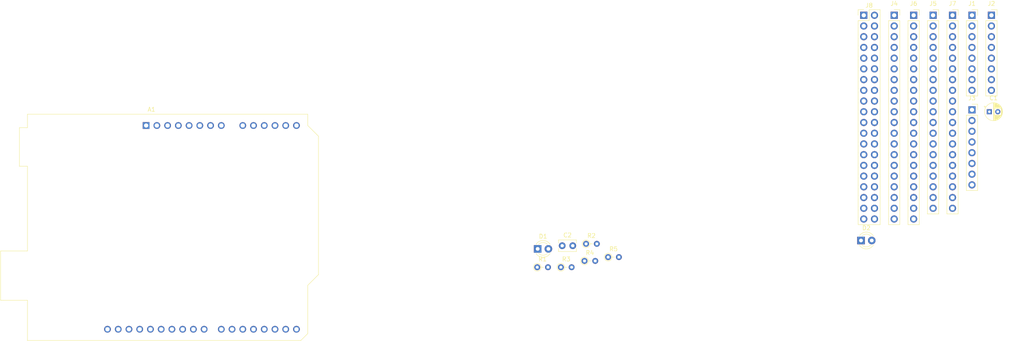
<source format=kicad_pcb>
(kicad_pcb (version 20171130) (host pcbnew "(5.1.8-0-10_14)")

  (general
    (thickness 1.6)
    (drawings 0)
    (tracks 0)
    (zones 0)
    (modules 18)
    (nets 107)
  )

  (page A4)
  (layers
    (0 F.Cu signal)
    (31 B.Cu signal)
    (32 B.Adhes user)
    (33 F.Adhes user)
    (34 B.Paste user)
    (35 F.Paste user)
    (36 B.SilkS user)
    (37 F.SilkS user)
    (38 B.Mask user)
    (39 F.Mask user)
    (40 Dwgs.User user)
    (41 Cmts.User user)
    (42 Eco1.User user)
    (43 Eco2.User user)
    (44 Edge.Cuts user)
    (45 Margin user)
    (46 B.CrtYd user)
    (47 F.CrtYd user)
    (48 B.Fab user)
    (49 F.Fab user)
  )

  (setup
    (last_trace_width 0.25)
    (trace_clearance 0.2)
    (zone_clearance 0.508)
    (zone_45_only no)
    (trace_min 0.2)
    (via_size 0.8)
    (via_drill 0.4)
    (via_min_size 0.4)
    (via_min_drill 0.3)
    (uvia_size 0.3)
    (uvia_drill 0.1)
    (uvias_allowed no)
    (uvia_min_size 0.2)
    (uvia_min_drill 0.1)
    (edge_width 0.05)
    (segment_width 0.2)
    (pcb_text_width 0.3)
    (pcb_text_size 1.5 1.5)
    (mod_edge_width 0.12)
    (mod_text_size 1 1)
    (mod_text_width 0.15)
    (pad_size 1.524 1.524)
    (pad_drill 0.762)
    (pad_to_mask_clearance 0)
    (aux_axis_origin 0 0)
    (visible_elements FFFFFF7F)
    (pcbplotparams
      (layerselection 0x010fc_ffffffff)
      (usegerberextensions false)
      (usegerberattributes true)
      (usegerberadvancedattributes true)
      (creategerberjobfile true)
      (excludeedgelayer true)
      (linewidth 0.100000)
      (plotframeref false)
      (viasonmask false)
      (mode 1)
      (useauxorigin false)
      (hpglpennumber 1)
      (hpglpenspeed 20)
      (hpglpendiameter 15.000000)
      (psnegative false)
      (psa4output false)
      (plotreference true)
      (plotvalue true)
      (plotinvisibletext false)
      (padsonsilk false)
      (subtractmaskfromsilk false)
      (outputformat 1)
      (mirror false)
      (drillshape 1)
      (scaleselection 1)
      (outputdirectory ""))
  )

  (net 0 "")
  (net 1 "Net-(A1-Pad16)")
  (net 2 "Net-(A1-Pad15)")
  (net 3 "Net-(A1-Pad30)")
  (net 4 "Net-(A1-Pad14)")
  (net 5 GND)
  (net 6 "Net-(A1-Pad13)")
  (net 7 SCLK)
  (net 8 "Net-(A1-Pad12)")
  (net 9 MISO)
  (net 10 "Net-(A1-Pad11)")
  (net 11 MOSI)
  (net 12 "Net-(A1-Pad10)")
  (net 13 SCEN)
  (net 14 "Net-(A1-Pad9)")
  (net 15 "Net-(A1-Pad24)")
  (net 16 "Net-(A1-Pad8)")
  (net 17 "Net-(A1-Pad23)")
  (net 18 LEDRX)
  (net 19 LEDTX)
  (net 20 "Net-(A1-Pad5)")
  (net 21 WP)
  (net 22 +3V3)
  (net 23 REGPDIN)
  (net 24 "Net-(A1-Pad3)")
  (net 25 RESETN)
  (net 26 "Net-(A1-Pad2)")
  (net 27 SINTN)
  (net 28 "Net-(A1-Pad1)")
  (net 29 SDA)
  (net 30 SCL)
  (net 31 "Net-(D1-Pad2)")
  (net 32 "Net-(D2-Pad2)")
  (net 33 "Net-(J1-Pad8)")
  (net 34 "Net-(J1-Pad7)")
  (net 35 GPIO1)
  (net 36 "Net-(J2-Pad6)")
  (net 37 "Net-(J2-Pad5)")
  (net 38 "Net-(J2-Pad4)")
  (net 39 "Net-(J2-Pad3)")
  (net 40 "Net-(J3-Pad3)")
  (net 41 "Net-(J3-Pad2)")
  (net 42 "Net-(J3-Pad1)")
  (net 43 "Net-(J4-Pad20)")
  (net 44 "Net-(J4-Pad19)")
  (net 45 "Net-(J4-Pad17)")
  (net 46 I2C0SCL)
  (net 47 I2C0SDA)
  (net 48 CSEN)
  (net 49 "Net-(J4-Pad2)")
  (net 50 "Net-(J4-Pad1)")
  (net 51 /5V)
  (net 52 /IO10)
  (net 53 /IO27)
  (net 54 /IO25)
  (net 55 /IO11)
  (net 56 /IO9)
  (net 57 /IO26)
  (net 58 /IO33)
  (net 59 "Net-(J6-Pad20)")
  (net 60 "Net-(J6-Pad19)")
  (net 61 "Net-(J6-Pad17)")
  (net 62 "Net-(J6-Pad15)")
  (net 63 "Net-(J6-Pad14)")
  (net 64 "Net-(J6-Pad12)")
  (net 65 "Net-(J6-Pad11)")
  (net 66 "Net-(J6-Pad10)")
  (net 67 "Net-(J6-Pad9)")
  (net 68 "Net-(J6-Pad7)")
  (net 69 "Net-(J6-Pad6)")
  (net 70 "Net-(J6-Pad5)")
  (net 71 "Net-(J6-Pad4)")
  (net 72 "Net-(J6-Pad2)")
  (net 73 "Net-(J6-Pad1)")
  (net 74 /IO03)
  (net 75 /IO18)
  (net 76 /IO17)
  (net 77 /IO04)
  (net 78 /IO02)
  (net 79 /IO08)
  (net 80 /IO06)
  (net 81 /IO23)
  (net 82 /IO01)
  (net 83 /IO19)
  (net 84 /IO05)
  (net 85 /IO16)
  (net 86 /IO00)
  (net 87 /IO07)
  (net 88 "Net-(J8-Pad40)")
  (net 89 "Net-(J8-Pad38)")
  (net 90 "Net-(J8-Pad37)")
  (net 91 "Net-(J8-Pad36)")
  (net 92 "Net-(J8-Pad35)")
  (net 93 "Net-(J8-Pad32)")
  (net 94 "Net-(J8-Pad29)")
  (net 95 "Net-(J8-Pad28)")
  (net 96 "Net-(J8-Pad27)")
  (net 97 "Net-(J8-Pad26)")
  (net 98 "Net-(J8-Pad22)")
  (net 99 "Net-(J8-Pad18)")
  (net 100 "Net-(J8-Pad16)")
  (net 101 "Net-(J8-Pad15)")
  (net 102 "Net-(J8-Pad10)")
  (net 103 "Net-(J8-Pad8)")
  (net 104 "Net-(J8-Pad7)")
  (net 105 "Net-(J8-Pad4)")
  (net 106 "Net-(J8-Pad2)")

  (net_class Default "This is the default net class."
    (clearance 0.2)
    (trace_width 0.25)
    (via_dia 0.8)
    (via_drill 0.4)
    (uvia_dia 0.3)
    (uvia_drill 0.1)
    (add_net +3V3)
    (add_net /5V)
    (add_net /IO00)
    (add_net /IO01)
    (add_net /IO02)
    (add_net /IO03)
    (add_net /IO04)
    (add_net /IO05)
    (add_net /IO06)
    (add_net /IO07)
    (add_net /IO08)
    (add_net /IO10)
    (add_net /IO11)
    (add_net /IO16)
    (add_net /IO17)
    (add_net /IO18)
    (add_net /IO19)
    (add_net /IO23)
    (add_net /IO25)
    (add_net /IO26)
    (add_net /IO27)
    (add_net /IO33)
    (add_net /IO9)
    (add_net CSEN)
    (add_net GND)
    (add_net GPIO1)
    (add_net I2C0SCL)
    (add_net I2C0SDA)
    (add_net LEDRX)
    (add_net LEDTX)
    (add_net MISO)
    (add_net MOSI)
    (add_net "Net-(A1-Pad1)")
    (add_net "Net-(A1-Pad10)")
    (add_net "Net-(A1-Pad11)")
    (add_net "Net-(A1-Pad12)")
    (add_net "Net-(A1-Pad13)")
    (add_net "Net-(A1-Pad14)")
    (add_net "Net-(A1-Pad15)")
    (add_net "Net-(A1-Pad16)")
    (add_net "Net-(A1-Pad2)")
    (add_net "Net-(A1-Pad23)")
    (add_net "Net-(A1-Pad24)")
    (add_net "Net-(A1-Pad3)")
    (add_net "Net-(A1-Pad30)")
    (add_net "Net-(A1-Pad5)")
    (add_net "Net-(A1-Pad8)")
    (add_net "Net-(A1-Pad9)")
    (add_net "Net-(D1-Pad2)")
    (add_net "Net-(D2-Pad2)")
    (add_net "Net-(J1-Pad7)")
    (add_net "Net-(J1-Pad8)")
    (add_net "Net-(J2-Pad3)")
    (add_net "Net-(J2-Pad4)")
    (add_net "Net-(J2-Pad5)")
    (add_net "Net-(J2-Pad6)")
    (add_net "Net-(J3-Pad1)")
    (add_net "Net-(J3-Pad2)")
    (add_net "Net-(J3-Pad3)")
    (add_net "Net-(J4-Pad1)")
    (add_net "Net-(J4-Pad17)")
    (add_net "Net-(J4-Pad19)")
    (add_net "Net-(J4-Pad2)")
    (add_net "Net-(J4-Pad20)")
    (add_net "Net-(J6-Pad1)")
    (add_net "Net-(J6-Pad10)")
    (add_net "Net-(J6-Pad11)")
    (add_net "Net-(J6-Pad12)")
    (add_net "Net-(J6-Pad14)")
    (add_net "Net-(J6-Pad15)")
    (add_net "Net-(J6-Pad17)")
    (add_net "Net-(J6-Pad19)")
    (add_net "Net-(J6-Pad2)")
    (add_net "Net-(J6-Pad20)")
    (add_net "Net-(J6-Pad4)")
    (add_net "Net-(J6-Pad5)")
    (add_net "Net-(J6-Pad6)")
    (add_net "Net-(J6-Pad7)")
    (add_net "Net-(J6-Pad9)")
    (add_net "Net-(J8-Pad10)")
    (add_net "Net-(J8-Pad15)")
    (add_net "Net-(J8-Pad16)")
    (add_net "Net-(J8-Pad18)")
    (add_net "Net-(J8-Pad2)")
    (add_net "Net-(J8-Pad22)")
    (add_net "Net-(J8-Pad26)")
    (add_net "Net-(J8-Pad27)")
    (add_net "Net-(J8-Pad28)")
    (add_net "Net-(J8-Pad29)")
    (add_net "Net-(J8-Pad32)")
    (add_net "Net-(J8-Pad35)")
    (add_net "Net-(J8-Pad36)")
    (add_net "Net-(J8-Pad37)")
    (add_net "Net-(J8-Pad38)")
    (add_net "Net-(J8-Pad4)")
    (add_net "Net-(J8-Pad40)")
    (add_net "Net-(J8-Pad7)")
    (add_net "Net-(J8-Pad8)")
    (add_net REGPDIN)
    (add_net RESETN)
    (add_net SCEN)
    (add_net SCL)
    (add_net SCLK)
    (add_net SDA)
    (add_net SINTN)
    (add_net WP)
  )

  (module Resistor_THT:R_Axial_DIN0204_L3.6mm_D1.6mm_P2.54mm_Vertical (layer F.Cu) (tedit 5AE5139B) (tstamp 605E8FB1)
    (at 172.785001 59.115001)
    (descr "Resistor, Axial_DIN0204 series, Axial, Vertical, pin pitch=2.54mm, 0.167W, length*diameter=3.6*1.6mm^2, http://cdn-reichelt.de/documents/datenblatt/B400/1_4W%23YAG.pdf")
    (tags "Resistor Axial_DIN0204 series Axial Vertical pin pitch 2.54mm 0.167W length 3.6mm diameter 1.6mm")
    (path /606339A3)
    (fp_text reference R5 (at 1.27 -1.92) (layer F.SilkS)
      (effects (font (size 1 1) (thickness 0.15)))
    )
    (fp_text value 10k (at 1.27 1.92) (layer F.Fab)
      (effects (font (size 1 1) (thickness 0.15)))
    )
    (fp_text user %R (at 1.27 -1.92) (layer F.Fab)
      (effects (font (size 1 1) (thickness 0.15)))
    )
    (fp_circle (center 0 0) (end 0.8 0) (layer F.Fab) (width 0.1))
    (fp_circle (center 0 0) (end 0.92 0) (layer F.SilkS) (width 0.12))
    (fp_line (start 0 0) (end 2.54 0) (layer F.Fab) (width 0.1))
    (fp_line (start 0.92 0) (end 1.54 0) (layer F.SilkS) (width 0.12))
    (fp_line (start -1.05 -1.05) (end -1.05 1.05) (layer F.CrtYd) (width 0.05))
    (fp_line (start -1.05 1.05) (end 3.49 1.05) (layer F.CrtYd) (width 0.05))
    (fp_line (start 3.49 1.05) (end 3.49 -1.05) (layer F.CrtYd) (width 0.05))
    (fp_line (start 3.49 -1.05) (end -1.05 -1.05) (layer F.CrtYd) (width 0.05))
    (pad 2 thru_hole oval (at 2.54 0) (size 1.4 1.4) (drill 0.7) (layers *.Cu *.Mask)
      (net 29 SDA))
    (pad 1 thru_hole circle (at 0 0) (size 1.4 1.4) (drill 0.7) (layers *.Cu *.Mask)
      (net 22 +3V3))
    (model ${KISYS3DMOD}/Resistor_THT.3dshapes/R_Axial_DIN0204_L3.6mm_D1.6mm_P2.54mm_Vertical.wrl
      (at (xyz 0 0 0))
      (scale (xyz 1 1 1))
      (rotate (xyz 0 0 0))
    )
  )

  (module Resistor_THT:R_Axial_DIN0204_L3.6mm_D1.6mm_P2.54mm_Vertical (layer F.Cu) (tedit 5AE5139B) (tstamp 605E8FA2)
    (at 167.195001 60.015001)
    (descr "Resistor, Axial_DIN0204 series, Axial, Vertical, pin pitch=2.54mm, 0.167W, length*diameter=3.6*1.6mm^2, http://cdn-reichelt.de/documents/datenblatt/B400/1_4W%23YAG.pdf")
    (tags "Resistor Axial_DIN0204 series Axial Vertical pin pitch 2.54mm 0.167W length 3.6mm diameter 1.6mm")
    (path /60634963)
    (fp_text reference R4 (at 1.27 -1.92) (layer F.SilkS)
      (effects (font (size 1 1) (thickness 0.15)))
    )
    (fp_text value 10k (at 1.27 1.92) (layer F.Fab)
      (effects (font (size 1 1) (thickness 0.15)))
    )
    (fp_text user %R (at 1.27 -1.92) (layer F.Fab)
      (effects (font (size 1 1) (thickness 0.15)))
    )
    (fp_circle (center 0 0) (end 0.8 0) (layer F.Fab) (width 0.1))
    (fp_circle (center 0 0) (end 0.92 0) (layer F.SilkS) (width 0.12))
    (fp_line (start 0 0) (end 2.54 0) (layer F.Fab) (width 0.1))
    (fp_line (start 0.92 0) (end 1.54 0) (layer F.SilkS) (width 0.12))
    (fp_line (start -1.05 -1.05) (end -1.05 1.05) (layer F.CrtYd) (width 0.05))
    (fp_line (start -1.05 1.05) (end 3.49 1.05) (layer F.CrtYd) (width 0.05))
    (fp_line (start 3.49 1.05) (end 3.49 -1.05) (layer F.CrtYd) (width 0.05))
    (fp_line (start 3.49 -1.05) (end -1.05 -1.05) (layer F.CrtYd) (width 0.05))
    (pad 2 thru_hole oval (at 2.54 0) (size 1.4 1.4) (drill 0.7) (layers *.Cu *.Mask)
      (net 30 SCL))
    (pad 1 thru_hole circle (at 0 0) (size 1.4 1.4) (drill 0.7) (layers *.Cu *.Mask)
      (net 22 +3V3))
    (model ${KISYS3DMOD}/Resistor_THT.3dshapes/R_Axial_DIN0204_L3.6mm_D1.6mm_P2.54mm_Vertical.wrl
      (at (xyz 0 0 0))
      (scale (xyz 1 1 1))
      (rotate (xyz 0 0 0))
    )
  )

  (module Resistor_THT:R_Axial_DIN0204_L3.6mm_D1.6mm_P2.54mm_Vertical (layer F.Cu) (tedit 5AE5139B) (tstamp 605E8F93)
    (at 161.605001 61.515001)
    (descr "Resistor, Axial_DIN0204 series, Axial, Vertical, pin pitch=2.54mm, 0.167W, length*diameter=3.6*1.6mm^2, http://cdn-reichelt.de/documents/datenblatt/B400/1_4W%23YAG.pdf")
    (tags "Resistor Axial_DIN0204 series Axial Vertical pin pitch 2.54mm 0.167W length 3.6mm diameter 1.6mm")
    (path /60746C1B)
    (fp_text reference R3 (at 1.27 -1.92) (layer F.SilkS)
      (effects (font (size 1 1) (thickness 0.15)))
    )
    (fp_text value 10k (at 1.27 1.92) (layer F.Fab)
      (effects (font (size 1 1) (thickness 0.15)))
    )
    (fp_text user %R (at 1.27 -1.92) (layer F.Fab)
      (effects (font (size 1 1) (thickness 0.15)))
    )
    (fp_circle (center 0 0) (end 0.8 0) (layer F.Fab) (width 0.1))
    (fp_circle (center 0 0) (end 0.92 0) (layer F.SilkS) (width 0.12))
    (fp_line (start 0 0) (end 2.54 0) (layer F.Fab) (width 0.1))
    (fp_line (start 0.92 0) (end 1.54 0) (layer F.SilkS) (width 0.12))
    (fp_line (start -1.05 -1.05) (end -1.05 1.05) (layer F.CrtYd) (width 0.05))
    (fp_line (start -1.05 1.05) (end 3.49 1.05) (layer F.CrtYd) (width 0.05))
    (fp_line (start 3.49 1.05) (end 3.49 -1.05) (layer F.CrtYd) (width 0.05))
    (fp_line (start 3.49 -1.05) (end -1.05 -1.05) (layer F.CrtYd) (width 0.05))
    (pad 2 thru_hole oval (at 2.54 0) (size 1.4 1.4) (drill 0.7) (layers *.Cu *.Mask)
      (net 21 WP))
    (pad 1 thru_hole circle (at 0 0) (size 1.4 1.4) (drill 0.7) (layers *.Cu *.Mask)
      (net 22 +3V3))
    (model ${KISYS3DMOD}/Resistor_THT.3dshapes/R_Axial_DIN0204_L3.6mm_D1.6mm_P2.54mm_Vertical.wrl
      (at (xyz 0 0 0))
      (scale (xyz 1 1 1))
      (rotate (xyz 0 0 0))
    )
  )

  (module Resistor_THT:R_Axial_DIN0204_L3.6mm_D1.6mm_P2.54mm_Vertical (layer F.Cu) (tedit 5AE5139B) (tstamp 605E8F84)
    (at 167.565001 55.965001)
    (descr "Resistor, Axial_DIN0204 series, Axial, Vertical, pin pitch=2.54mm, 0.167W, length*diameter=3.6*1.6mm^2, http://cdn-reichelt.de/documents/datenblatt/B400/1_4W%23YAG.pdf")
    (tags "Resistor Axial_DIN0204 series Axial Vertical pin pitch 2.54mm 0.167W length 3.6mm diameter 1.6mm")
    (path /6064FE83)
    (fp_text reference R2 (at 1.27 -1.92) (layer F.SilkS)
      (effects (font (size 1 1) (thickness 0.15)))
    )
    (fp_text value 1k (at 1.27 1.92) (layer F.Fab)
      (effects (font (size 1 1) (thickness 0.15)))
    )
    (fp_text user %R (at 1.27 -1.92) (layer F.Fab)
      (effects (font (size 1 1) (thickness 0.15)))
    )
    (fp_circle (center 0 0) (end 0.8 0) (layer F.Fab) (width 0.1))
    (fp_circle (center 0 0) (end 0.92 0) (layer F.SilkS) (width 0.12))
    (fp_line (start 0 0) (end 2.54 0) (layer F.Fab) (width 0.1))
    (fp_line (start 0.92 0) (end 1.54 0) (layer F.SilkS) (width 0.12))
    (fp_line (start -1.05 -1.05) (end -1.05 1.05) (layer F.CrtYd) (width 0.05))
    (fp_line (start -1.05 1.05) (end 3.49 1.05) (layer F.CrtYd) (width 0.05))
    (fp_line (start 3.49 1.05) (end 3.49 -1.05) (layer F.CrtYd) (width 0.05))
    (fp_line (start 3.49 -1.05) (end -1.05 -1.05) (layer F.CrtYd) (width 0.05))
    (pad 2 thru_hole oval (at 2.54 0) (size 1.4 1.4) (drill 0.7) (layers *.Cu *.Mask)
      (net 32 "Net-(D2-Pad2)"))
    (pad 1 thru_hole circle (at 0 0) (size 1.4 1.4) (drill 0.7) (layers *.Cu *.Mask)
      (net 22 +3V3))
    (model ${KISYS3DMOD}/Resistor_THT.3dshapes/R_Axial_DIN0204_L3.6mm_D1.6mm_P2.54mm_Vertical.wrl
      (at (xyz 0 0 0))
      (scale (xyz 1 1 1))
      (rotate (xyz 0 0 0))
    )
  )

  (module Resistor_THT:R_Axial_DIN0204_L3.6mm_D1.6mm_P2.54mm_Vertical (layer F.Cu) (tedit 5AE5139B) (tstamp 605E8F75)
    (at 156.015001 61.515001)
    (descr "Resistor, Axial_DIN0204 series, Axial, Vertical, pin pitch=2.54mm, 0.167W, length*diameter=3.6*1.6mm^2, http://cdn-reichelt.de/documents/datenblatt/B400/1_4W%23YAG.pdf")
    (tags "Resistor Axial_DIN0204 series Axial Vertical pin pitch 2.54mm 0.167W length 3.6mm diameter 1.6mm")
    (path /6064E173)
    (fp_text reference R1 (at 1.27 -1.92) (layer F.SilkS)
      (effects (font (size 1 1) (thickness 0.15)))
    )
    (fp_text value 1k (at 1.27 1.92) (layer F.Fab)
      (effects (font (size 1 1) (thickness 0.15)))
    )
    (fp_text user %R (at 1.27 -1.92) (layer F.Fab)
      (effects (font (size 1 1) (thickness 0.15)))
    )
    (fp_circle (center 0 0) (end 0.8 0) (layer F.Fab) (width 0.1))
    (fp_circle (center 0 0) (end 0.92 0) (layer F.SilkS) (width 0.12))
    (fp_line (start 0 0) (end 2.54 0) (layer F.Fab) (width 0.1))
    (fp_line (start 0.92 0) (end 1.54 0) (layer F.SilkS) (width 0.12))
    (fp_line (start -1.05 -1.05) (end -1.05 1.05) (layer F.CrtYd) (width 0.05))
    (fp_line (start -1.05 1.05) (end 3.49 1.05) (layer F.CrtYd) (width 0.05))
    (fp_line (start 3.49 1.05) (end 3.49 -1.05) (layer F.CrtYd) (width 0.05))
    (fp_line (start 3.49 -1.05) (end -1.05 -1.05) (layer F.CrtYd) (width 0.05))
    (pad 2 thru_hole oval (at 2.54 0) (size 1.4 1.4) (drill 0.7) (layers *.Cu *.Mask)
      (net 31 "Net-(D1-Pad2)"))
    (pad 1 thru_hole circle (at 0 0) (size 1.4 1.4) (drill 0.7) (layers *.Cu *.Mask)
      (net 22 +3V3))
    (model ${KISYS3DMOD}/Resistor_THT.3dshapes/R_Axial_DIN0204_L3.6mm_D1.6mm_P2.54mm_Vertical.wrl
      (at (xyz 0 0 0))
      (scale (xyz 1 1 1))
      (rotate (xyz 0 0 0))
    )
  )

  (module Connector_PinHeader_2.54mm:PinHeader_2x20_P2.54mm_Vertical (layer F.Cu) (tedit 59FED5CC) (tstamp 605E8F66)
    (at 233.245001 1.825001)
    (descr "Through hole straight pin header, 2x20, 2.54mm pitch, double rows")
    (tags "Through hole pin header THT 2x20 2.54mm double row")
    (path /60663EAC)
    (fp_text reference J8 (at 1.27 -2.33) (layer F.SilkS)
      (effects (font (size 1 1) (thickness 0.15)))
    )
    (fp_text value Raspberry_Pi_2_3 (at 1.27 50.59) (layer F.Fab)
      (effects (font (size 1 1) (thickness 0.15)))
    )
    (fp_text user %R (at 1.27 24.13 90) (layer F.Fab)
      (effects (font (size 1 1) (thickness 0.15)))
    )
    (fp_line (start 0 -1.27) (end 3.81 -1.27) (layer F.Fab) (width 0.1))
    (fp_line (start 3.81 -1.27) (end 3.81 49.53) (layer F.Fab) (width 0.1))
    (fp_line (start 3.81 49.53) (end -1.27 49.53) (layer F.Fab) (width 0.1))
    (fp_line (start -1.27 49.53) (end -1.27 0) (layer F.Fab) (width 0.1))
    (fp_line (start -1.27 0) (end 0 -1.27) (layer F.Fab) (width 0.1))
    (fp_line (start -1.33 49.59) (end 3.87 49.59) (layer F.SilkS) (width 0.12))
    (fp_line (start -1.33 1.27) (end -1.33 49.59) (layer F.SilkS) (width 0.12))
    (fp_line (start 3.87 -1.33) (end 3.87 49.59) (layer F.SilkS) (width 0.12))
    (fp_line (start -1.33 1.27) (end 1.27 1.27) (layer F.SilkS) (width 0.12))
    (fp_line (start 1.27 1.27) (end 1.27 -1.33) (layer F.SilkS) (width 0.12))
    (fp_line (start 1.27 -1.33) (end 3.87 -1.33) (layer F.SilkS) (width 0.12))
    (fp_line (start -1.33 0) (end -1.33 -1.33) (layer F.SilkS) (width 0.12))
    (fp_line (start -1.33 -1.33) (end 0 -1.33) (layer F.SilkS) (width 0.12))
    (fp_line (start -1.8 -1.8) (end -1.8 50.05) (layer F.CrtYd) (width 0.05))
    (fp_line (start -1.8 50.05) (end 4.35 50.05) (layer F.CrtYd) (width 0.05))
    (fp_line (start 4.35 50.05) (end 4.35 -1.8) (layer F.CrtYd) (width 0.05))
    (fp_line (start 4.35 -1.8) (end -1.8 -1.8) (layer F.CrtYd) (width 0.05))
    (pad 40 thru_hole oval (at 2.54 48.26) (size 1.7 1.7) (drill 1) (layers *.Cu *.Mask)
      (net 88 "Net-(J8-Pad40)"))
    (pad 39 thru_hole oval (at 0 48.26) (size 1.7 1.7) (drill 1) (layers *.Cu *.Mask)
      (net 5 GND))
    (pad 38 thru_hole oval (at 2.54 45.72) (size 1.7 1.7) (drill 1) (layers *.Cu *.Mask)
      (net 89 "Net-(J8-Pad38)"))
    (pad 37 thru_hole oval (at 0 45.72) (size 1.7 1.7) (drill 1) (layers *.Cu *.Mask)
      (net 90 "Net-(J8-Pad37)"))
    (pad 36 thru_hole oval (at 2.54 43.18) (size 1.7 1.7) (drill 1) (layers *.Cu *.Mask)
      (net 91 "Net-(J8-Pad36)"))
    (pad 35 thru_hole oval (at 0 43.18) (size 1.7 1.7) (drill 1) (layers *.Cu *.Mask)
      (net 92 "Net-(J8-Pad35)"))
    (pad 34 thru_hole oval (at 2.54 40.64) (size 1.7 1.7) (drill 1) (layers *.Cu *.Mask)
      (net 5 GND))
    (pad 33 thru_hole oval (at 0 40.64) (size 1.7 1.7) (drill 1) (layers *.Cu *.Mask)
      (net 18 LEDRX))
    (pad 32 thru_hole oval (at 2.54 38.1) (size 1.7 1.7) (drill 1) (layers *.Cu *.Mask)
      (net 93 "Net-(J8-Pad32)"))
    (pad 31 thru_hole oval (at 0 38.1) (size 1.7 1.7) (drill 1) (layers *.Cu *.Mask)
      (net 19 LEDTX))
    (pad 30 thru_hole oval (at 2.54 35.56) (size 1.7 1.7) (drill 1) (layers *.Cu *.Mask)
      (net 5 GND))
    (pad 29 thru_hole oval (at 0 35.56) (size 1.7 1.7) (drill 1) (layers *.Cu *.Mask)
      (net 94 "Net-(J8-Pad29)"))
    (pad 28 thru_hole oval (at 2.54 33.02) (size 1.7 1.7) (drill 1) (layers *.Cu *.Mask)
      (net 95 "Net-(J8-Pad28)"))
    (pad 27 thru_hole oval (at 0 33.02) (size 1.7 1.7) (drill 1) (layers *.Cu *.Mask)
      (net 96 "Net-(J8-Pad27)"))
    (pad 26 thru_hole oval (at 2.54 30.48) (size 1.7 1.7) (drill 1) (layers *.Cu *.Mask)
      (net 97 "Net-(J8-Pad26)"))
    (pad 25 thru_hole oval (at 0 30.48) (size 1.7 1.7) (drill 1) (layers *.Cu *.Mask)
      (net 5 GND))
    (pad 24 thru_hole oval (at 2.54 27.94) (size 1.7 1.7) (drill 1) (layers *.Cu *.Mask)
      (net 13 SCEN))
    (pad 23 thru_hole oval (at 0 27.94) (size 1.7 1.7) (drill 1) (layers *.Cu *.Mask)
      (net 7 SCLK))
    (pad 22 thru_hole oval (at 2.54 25.4) (size 1.7 1.7) (drill 1) (layers *.Cu *.Mask)
      (net 98 "Net-(J8-Pad22)"))
    (pad 21 thru_hole oval (at 0 25.4) (size 1.7 1.7) (drill 1) (layers *.Cu *.Mask)
      (net 9 MISO))
    (pad 20 thru_hole oval (at 2.54 22.86) (size 1.7 1.7) (drill 1) (layers *.Cu *.Mask)
      (net 5 GND))
    (pad 19 thru_hole oval (at 0 22.86) (size 1.7 1.7) (drill 1) (layers *.Cu *.Mask)
      (net 11 MOSI))
    (pad 18 thru_hole oval (at 2.54 20.32) (size 1.7 1.7) (drill 1) (layers *.Cu *.Mask)
      (net 99 "Net-(J8-Pad18)"))
    (pad 17 thru_hole oval (at 0 20.32) (size 1.7 1.7) (drill 1) (layers *.Cu *.Mask)
      (net 22 +3V3))
    (pad 16 thru_hole oval (at 2.54 17.78) (size 1.7 1.7) (drill 1) (layers *.Cu *.Mask)
      (net 100 "Net-(J8-Pad16)"))
    (pad 15 thru_hole oval (at 0 17.78) (size 1.7 1.7) (drill 1) (layers *.Cu *.Mask)
      (net 101 "Net-(J8-Pad15)"))
    (pad 14 thru_hole oval (at 2.54 15.24) (size 1.7 1.7) (drill 1) (layers *.Cu *.Mask)
      (net 5 GND))
    (pad 13 thru_hole oval (at 0 15.24) (size 1.7 1.7) (drill 1) (layers *.Cu *.Mask)
      (net 25 RESETN))
    (pad 12 thru_hole oval (at 2.54 12.7) (size 1.7 1.7) (drill 1) (layers *.Cu *.Mask)
      (net 27 SINTN))
    (pad 11 thru_hole oval (at 0 12.7) (size 1.7 1.7) (drill 1) (layers *.Cu *.Mask)
      (net 23 REGPDIN))
    (pad 10 thru_hole oval (at 2.54 10.16) (size 1.7 1.7) (drill 1) (layers *.Cu *.Mask)
      (net 102 "Net-(J8-Pad10)"))
    (pad 9 thru_hole oval (at 0 10.16) (size 1.7 1.7) (drill 1) (layers *.Cu *.Mask)
      (net 5 GND))
    (pad 8 thru_hole oval (at 2.54 7.62) (size 1.7 1.7) (drill 1) (layers *.Cu *.Mask)
      (net 103 "Net-(J8-Pad8)"))
    (pad 7 thru_hole oval (at 0 7.62) (size 1.7 1.7) (drill 1) (layers *.Cu *.Mask)
      (net 104 "Net-(J8-Pad7)"))
    (pad 6 thru_hole oval (at 2.54 5.08) (size 1.7 1.7) (drill 1) (layers *.Cu *.Mask)
      (net 5 GND))
    (pad 5 thru_hole oval (at 0 5.08) (size 1.7 1.7) (drill 1) (layers *.Cu *.Mask)
      (net 30 SCL))
    (pad 4 thru_hole oval (at 2.54 2.54) (size 1.7 1.7) (drill 1) (layers *.Cu *.Mask)
      (net 105 "Net-(J8-Pad4)"))
    (pad 3 thru_hole oval (at 0 2.54) (size 1.7 1.7) (drill 1) (layers *.Cu *.Mask)
      (net 29 SDA))
    (pad 2 thru_hole oval (at 2.54 0) (size 1.7 1.7) (drill 1) (layers *.Cu *.Mask)
      (net 106 "Net-(J8-Pad2)"))
    (pad 1 thru_hole rect (at 0 0) (size 1.7 1.7) (drill 1) (layers *.Cu *.Mask)
      (net 22 +3V3))
    (model ${KISYS3DMOD}/Connector_PinHeader_2.54mm.3dshapes/PinHeader_2x20_P2.54mm_Vertical.wrl
      (at (xyz 0 0 0))
      (scale (xyz 1 1 1))
      (rotate (xyz 0 0 0))
    )
  )

  (module Connector_PinSocket_2.54mm:PinSocket_1x19_P2.54mm_Vertical (layer F.Cu) (tedit 5A19A430) (tstamp 605E8F28)
    (at 254.245001 1.825001)
    (descr "Through hole straight socket strip, 1x19, 2.54mm pitch, single row (from Kicad 4.0.7), script generated")
    (tags "Through hole socket strip THT 1x19 2.54mm single row")
    (path /606E389A)
    (fp_text reference J7 (at 0 -2.77) (layer F.SilkS)
      (effects (font (size 1 1) (thickness 0.15)))
    )
    (fp_text value Conn_01x19_Female (at 0 48.49) (layer F.Fab)
      (effects (font (size 1 1) (thickness 0.15)))
    )
    (fp_text user %R (at 0 22.86 90) (layer F.Fab)
      (effects (font (size 1 1) (thickness 0.15)))
    )
    (fp_line (start -1.27 -1.27) (end 0.635 -1.27) (layer F.Fab) (width 0.1))
    (fp_line (start 0.635 -1.27) (end 1.27 -0.635) (layer F.Fab) (width 0.1))
    (fp_line (start 1.27 -0.635) (end 1.27 46.99) (layer F.Fab) (width 0.1))
    (fp_line (start 1.27 46.99) (end -1.27 46.99) (layer F.Fab) (width 0.1))
    (fp_line (start -1.27 46.99) (end -1.27 -1.27) (layer F.Fab) (width 0.1))
    (fp_line (start -1.33 1.27) (end 1.33 1.27) (layer F.SilkS) (width 0.12))
    (fp_line (start -1.33 1.27) (end -1.33 47.05) (layer F.SilkS) (width 0.12))
    (fp_line (start -1.33 47.05) (end 1.33 47.05) (layer F.SilkS) (width 0.12))
    (fp_line (start 1.33 1.27) (end 1.33 47.05) (layer F.SilkS) (width 0.12))
    (fp_line (start 1.33 -1.33) (end 1.33 0) (layer F.SilkS) (width 0.12))
    (fp_line (start 0 -1.33) (end 1.33 -1.33) (layer F.SilkS) (width 0.12))
    (fp_line (start -1.8 -1.8) (end 1.75 -1.8) (layer F.CrtYd) (width 0.05))
    (fp_line (start 1.75 -1.8) (end 1.75 47.5) (layer F.CrtYd) (width 0.05))
    (fp_line (start 1.75 47.5) (end -1.8 47.5) (layer F.CrtYd) (width 0.05))
    (fp_line (start -1.8 47.5) (end -1.8 -1.8) (layer F.CrtYd) (width 0.05))
    (pad 19 thru_hole oval (at 0 45.72) (size 1.7 1.7) (drill 1) (layers *.Cu *.Mask)
      (net 5 GND))
    (pad 18 thru_hole oval (at 0 43.18) (size 1.7 1.7) (drill 1) (layers *.Cu *.Mask)
      (net 81 /IO23))
    (pad 17 thru_hole oval (at 0 40.64) (size 1.7 1.7) (drill 1) (layers *.Cu *.Mask)
      (net 30 SCL))
    (pad 16 thru_hole oval (at 0 38.1) (size 1.7 1.7) (drill 1) (layers *.Cu *.Mask)
      (net 82 /IO01))
    (pad 15 thru_hole oval (at 0 35.56) (size 1.7 1.7) (drill 1) (layers *.Cu *.Mask)
      (net 74 /IO03))
    (pad 14 thru_hole oval (at 0 33.02) (size 1.7 1.7) (drill 1) (layers *.Cu *.Mask)
      (net 29 SDA))
    (pad 13 thru_hole oval (at 0 30.48) (size 1.7 1.7) (drill 1) (layers *.Cu *.Mask)
      (net 5 GND))
    (pad 12 thru_hole oval (at 0 27.94) (size 1.7 1.7) (drill 1) (layers *.Cu *.Mask)
      (net 83 /IO19))
    (pad 11 thru_hole oval (at 0 25.4) (size 1.7 1.7) (drill 1) (layers *.Cu *.Mask)
      (net 75 /IO18))
    (pad 10 thru_hole oval (at 0 22.86) (size 1.7 1.7) (drill 1) (layers *.Cu *.Mask)
      (net 84 /IO05))
    (pad 9 thru_hole oval (at 0 20.32) (size 1.7 1.7) (drill 1) (layers *.Cu *.Mask)
      (net 76 /IO17))
    (pad 8 thru_hole oval (at 0 17.78) (size 1.7 1.7) (drill 1) (layers *.Cu *.Mask)
      (net 85 /IO16))
    (pad 7 thru_hole oval (at 0 15.24) (size 1.7 1.7) (drill 1) (layers *.Cu *.Mask)
      (net 77 /IO04))
    (pad 6 thru_hole oval (at 0 12.7) (size 1.7 1.7) (drill 1) (layers *.Cu *.Mask)
      (net 86 /IO00))
    (pad 5 thru_hole oval (at 0 10.16) (size 1.7 1.7) (drill 1) (layers *.Cu *.Mask)
      (net 78 /IO02))
    (pad 4 thru_hole oval (at 0 7.62) (size 1.7 1.7) (drill 1) (layers *.Cu *.Mask)
      (net 13 SCEN))
    (pad 3 thru_hole oval (at 0 5.08) (size 1.7 1.7) (drill 1) (layers *.Cu *.Mask)
      (net 79 /IO08))
    (pad 2 thru_hole oval (at 0 2.54) (size 1.7 1.7) (drill 1) (layers *.Cu *.Mask)
      (net 87 /IO07))
    (pad 1 thru_hole rect (at 0 0) (size 1.7 1.7) (drill 1) (layers *.Cu *.Mask)
      (net 80 /IO06))
    (model ${KISYS3DMOD}/Connector_PinSocket_2.54mm.3dshapes/PinSocket_1x19_P2.54mm_Vertical.wrl
      (at (xyz 0 0 0))
      (scale (xyz 1 1 1))
      (rotate (xyz 0 0 0))
    )
  )

  (module Connector_PinSocket_2.54mm:PinSocket_1x20_P2.54mm_Vertical (layer F.Cu) (tedit 5A19A41E) (tstamp 605E8F01)
    (at 245.045001 1.825001)
    (descr "Through hole straight socket strip, 1x20, 2.54mm pitch, single row (from Kicad 4.0.7), script generated")
    (tags "Through hole socket strip THT 1x20 2.54mm single row")
    (path /605D0580)
    (fp_text reference J6 (at 0 -2.77) (layer F.SilkS)
      (effects (font (size 1 1) (thickness 0.15)))
    )
    (fp_text value Conn_01x20_Female (at 0 51.03) (layer F.Fab)
      (effects (font (size 1 1) (thickness 0.15)))
    )
    (fp_text user %R (at 0 24.13 90) (layer F.Fab)
      (effects (font (size 1 1) (thickness 0.15)))
    )
    (fp_line (start -1.27 -1.27) (end 0.635 -1.27) (layer F.Fab) (width 0.1))
    (fp_line (start 0.635 -1.27) (end 1.27 -0.635) (layer F.Fab) (width 0.1))
    (fp_line (start 1.27 -0.635) (end 1.27 49.53) (layer F.Fab) (width 0.1))
    (fp_line (start 1.27 49.53) (end -1.27 49.53) (layer F.Fab) (width 0.1))
    (fp_line (start -1.27 49.53) (end -1.27 -1.27) (layer F.Fab) (width 0.1))
    (fp_line (start -1.33 1.27) (end 1.33 1.27) (layer F.SilkS) (width 0.12))
    (fp_line (start -1.33 1.27) (end -1.33 49.59) (layer F.SilkS) (width 0.12))
    (fp_line (start -1.33 49.59) (end 1.33 49.59) (layer F.SilkS) (width 0.12))
    (fp_line (start 1.33 1.27) (end 1.33 49.59) (layer F.SilkS) (width 0.12))
    (fp_line (start 1.33 -1.33) (end 1.33 0) (layer F.SilkS) (width 0.12))
    (fp_line (start 0 -1.33) (end 1.33 -1.33) (layer F.SilkS) (width 0.12))
    (fp_line (start -1.8 -1.8) (end 1.75 -1.8) (layer F.CrtYd) (width 0.05))
    (fp_line (start 1.75 -1.8) (end 1.75 50) (layer F.CrtYd) (width 0.05))
    (fp_line (start 1.75 50) (end -1.8 50) (layer F.CrtYd) (width 0.05))
    (fp_line (start -1.8 50) (end -1.8 -1.8) (layer F.CrtYd) (width 0.05))
    (pad 20 thru_hole oval (at 0 48.26) (size 1.7 1.7) (drill 1) (layers *.Cu *.Mask)
      (net 59 "Net-(J6-Pad20)"))
    (pad 19 thru_hole oval (at 0 45.72) (size 1.7 1.7) (drill 1) (layers *.Cu *.Mask)
      (net 60 "Net-(J6-Pad19)"))
    (pad 18 thru_hole oval (at 0 43.18) (size 1.7 1.7) (drill 1) (layers *.Cu *.Mask)
      (net 5 GND))
    (pad 17 thru_hole oval (at 0 40.64) (size 1.7 1.7) (drill 1) (layers *.Cu *.Mask)
      (net 61 "Net-(J6-Pad17)"))
    (pad 16 thru_hole oval (at 0 38.1) (size 1.7 1.7) (drill 1) (layers *.Cu *.Mask)
      (net 22 +3V3))
    (pad 15 thru_hole oval (at 0 35.56) (size 1.7 1.7) (drill 1) (layers *.Cu *.Mask)
      (net 62 "Net-(J6-Pad15)"))
    (pad 14 thru_hole oval (at 0 33.02) (size 1.7 1.7) (drill 1) (layers *.Cu *.Mask)
      (net 63 "Net-(J6-Pad14)"))
    (pad 13 thru_hole oval (at 0 30.48) (size 1.7 1.7) (drill 1) (layers *.Cu *.Mask)
      (net 5 GND))
    (pad 12 thru_hole oval (at 0 27.94) (size 1.7 1.7) (drill 1) (layers *.Cu *.Mask)
      (net 64 "Net-(J6-Pad12)"))
    (pad 11 thru_hole oval (at 0 25.4) (size 1.7 1.7) (drill 1) (layers *.Cu *.Mask)
      (net 65 "Net-(J6-Pad11)"))
    (pad 10 thru_hole oval (at 0 22.86) (size 1.7 1.7) (drill 1) (layers *.Cu *.Mask)
      (net 66 "Net-(J6-Pad10)"))
    (pad 9 thru_hole oval (at 0 20.32) (size 1.7 1.7) (drill 1) (layers *.Cu *.Mask)
      (net 67 "Net-(J6-Pad9)"))
    (pad 8 thru_hole oval (at 0 17.78) (size 1.7 1.7) (drill 1) (layers *.Cu *.Mask)
      (net 5 GND))
    (pad 7 thru_hole oval (at 0 15.24) (size 1.7 1.7) (drill 1) (layers *.Cu *.Mask)
      (net 68 "Net-(J6-Pad7)"))
    (pad 6 thru_hole oval (at 0 12.7) (size 1.7 1.7) (drill 1) (layers *.Cu *.Mask)
      (net 69 "Net-(J6-Pad6)"))
    (pad 5 thru_hole oval (at 0 10.16) (size 1.7 1.7) (drill 1) (layers *.Cu *.Mask)
      (net 70 "Net-(J6-Pad5)"))
    (pad 4 thru_hole oval (at 0 7.62) (size 1.7 1.7) (drill 1) (layers *.Cu *.Mask)
      (net 71 "Net-(J6-Pad4)"))
    (pad 3 thru_hole oval (at 0 5.08) (size 1.7 1.7) (drill 1) (layers *.Cu *.Mask)
      (net 5 GND))
    (pad 2 thru_hole oval (at 0 2.54) (size 1.7 1.7) (drill 1) (layers *.Cu *.Mask)
      (net 72 "Net-(J6-Pad2)"))
    (pad 1 thru_hole rect (at 0 0) (size 1.7 1.7) (drill 1) (layers *.Cu *.Mask)
      (net 73 "Net-(J6-Pad1)"))
    (model ${KISYS3DMOD}/Connector_PinSocket_2.54mm.3dshapes/PinSocket_1x20_P2.54mm_Vertical.wrl
      (at (xyz 0 0 0))
      (scale (xyz 1 1 1))
      (rotate (xyz 0 0 0))
    )
  )

  (module Connector_PinSocket_2.54mm:PinSocket_1x19_P2.54mm_Vertical (layer F.Cu) (tedit 5A19A430) (tstamp 605E8ED9)
    (at 249.645001 1.825001)
    (descr "Through hole straight socket strip, 1x19, 2.54mm pitch, single row (from Kicad 4.0.7), script generated")
    (tags "Through hole socket strip THT 1x19 2.54mm single row")
    (path /606E0B31)
    (fp_text reference J5 (at 0 -2.77) (layer F.SilkS)
      (effects (font (size 1 1) (thickness 0.15)))
    )
    (fp_text value Conn_01x19_Female (at 0 48.49) (layer F.Fab)
      (effects (font (size 1 1) (thickness 0.15)))
    )
    (fp_text user %R (at 0 22.86 90) (layer F.Fab)
      (effects (font (size 1 1) (thickness 0.15)))
    )
    (fp_line (start -1.27 -1.27) (end 0.635 -1.27) (layer F.Fab) (width 0.1))
    (fp_line (start 0.635 -1.27) (end 1.27 -0.635) (layer F.Fab) (width 0.1))
    (fp_line (start 1.27 -0.635) (end 1.27 46.99) (layer F.Fab) (width 0.1))
    (fp_line (start 1.27 46.99) (end -1.27 46.99) (layer F.Fab) (width 0.1))
    (fp_line (start -1.27 46.99) (end -1.27 -1.27) (layer F.Fab) (width 0.1))
    (fp_line (start -1.33 1.27) (end 1.33 1.27) (layer F.SilkS) (width 0.12))
    (fp_line (start -1.33 1.27) (end -1.33 47.05) (layer F.SilkS) (width 0.12))
    (fp_line (start -1.33 47.05) (end 1.33 47.05) (layer F.SilkS) (width 0.12))
    (fp_line (start 1.33 1.27) (end 1.33 47.05) (layer F.SilkS) (width 0.12))
    (fp_line (start 1.33 -1.33) (end 1.33 0) (layer F.SilkS) (width 0.12))
    (fp_line (start 0 -1.33) (end 1.33 -1.33) (layer F.SilkS) (width 0.12))
    (fp_line (start -1.8 -1.8) (end 1.75 -1.8) (layer F.CrtYd) (width 0.05))
    (fp_line (start 1.75 -1.8) (end 1.75 47.5) (layer F.CrtYd) (width 0.05))
    (fp_line (start 1.75 47.5) (end -1.8 47.5) (layer F.CrtYd) (width 0.05))
    (fp_line (start -1.8 47.5) (end -1.8 -1.8) (layer F.CrtYd) (width 0.05))
    (pad 19 thru_hole oval (at 0 45.72) (size 1.7 1.7) (drill 1) (layers *.Cu *.Mask)
      (net 51 /5V))
    (pad 18 thru_hole oval (at 0 43.18) (size 1.7 1.7) (drill 1) (layers *.Cu *.Mask)
      (net 55 /IO11))
    (pad 17 thru_hole oval (at 0 40.64) (size 1.7 1.7) (drill 1) (layers *.Cu *.Mask)
      (net 52 /IO10))
    (pad 16 thru_hole oval (at 0 38.1) (size 1.7 1.7) (drill 1) (layers *.Cu *.Mask)
      (net 56 /IO9))
    (pad 15 thru_hole oval (at 0 35.56) (size 1.7 1.7) (drill 1) (layers *.Cu *.Mask)
      (net 11 MOSI))
    (pad 14 thru_hole oval (at 0 33.02) (size 1.7 1.7) (drill 1) (layers *.Cu *.Mask)
      (net 5 GND))
    (pad 13 thru_hole oval (at 0 30.48) (size 1.7 1.7) (drill 1) (layers *.Cu *.Mask)
      (net 9 MISO))
    (pad 12 thru_hole oval (at 0 27.94) (size 1.7 1.7) (drill 1) (layers *.Cu *.Mask)
      (net 7 SCLK))
    (pad 11 thru_hole oval (at 0 25.4) (size 1.7 1.7) (drill 1) (layers *.Cu *.Mask)
      (net 53 /IO27))
    (pad 10 thru_hole oval (at 0 22.86) (size 1.7 1.7) (drill 1) (layers *.Cu *.Mask)
      (net 57 /IO26))
    (pad 9 thru_hole oval (at 0 20.32) (size 1.7 1.7) (drill 1) (layers *.Cu *.Mask)
      (net 54 /IO25))
    (pad 8 thru_hole oval (at 0 17.78) (size 1.7 1.7) (drill 1) (layers *.Cu *.Mask)
      (net 58 /IO33))
    (pad 7 thru_hole oval (at 0 15.24) (size 1.7 1.7) (drill 1) (layers *.Cu *.Mask)
      (net 23 REGPDIN))
    (pad 6 thru_hole oval (at 0 12.7) (size 1.7 1.7) (drill 1) (layers *.Cu *.Mask)
      (net 25 RESETN))
    (pad 5 thru_hole oval (at 0 10.16) (size 1.7 1.7) (drill 1) (layers *.Cu *.Mask)
      (net 27 SINTN))
    (pad 4 thru_hole oval (at 0 7.62) (size 1.7 1.7) (drill 1) (layers *.Cu *.Mask)
      (net 18 LEDRX))
    (pad 3 thru_hole oval (at 0 5.08) (size 1.7 1.7) (drill 1) (layers *.Cu *.Mask)
      (net 19 LEDTX))
    (pad 2 thru_hole oval (at 0 2.54) (size 1.7 1.7) (drill 1) (layers *.Cu *.Mask)
      (net 5 GND))
    (pad 1 thru_hole rect (at 0 0) (size 1.7 1.7) (drill 1) (layers *.Cu *.Mask)
      (net 22 +3V3))
    (model ${KISYS3DMOD}/Connector_PinSocket_2.54mm.3dshapes/PinSocket_1x19_P2.54mm_Vertical.wrl
      (at (xyz 0 0 0))
      (scale (xyz 1 1 1))
      (rotate (xyz 0 0 0))
    )
  )

  (module Connector_PinSocket_2.54mm:PinSocket_1x20_P2.54mm_Vertical (layer F.Cu) (tedit 5A19A41E) (tstamp 605E8EB2)
    (at 240.445001 1.825001)
    (descr "Through hole straight socket strip, 1x20, 2.54mm pitch, single row (from Kicad 4.0.7), script generated")
    (tags "Through hole socket strip THT 1x20 2.54mm single row")
    (path /605C8C53)
    (fp_text reference J4 (at 0 -2.77) (layer F.SilkS)
      (effects (font (size 1 1) (thickness 0.15)))
    )
    (fp_text value Conn_01x20_Female (at 0 51.03) (layer F.Fab)
      (effects (font (size 1 1) (thickness 0.15)))
    )
    (fp_text user %R (at 0 24.13 90) (layer F.Fab)
      (effects (font (size 1 1) (thickness 0.15)))
    )
    (fp_line (start -1.27 -1.27) (end 0.635 -1.27) (layer F.Fab) (width 0.1))
    (fp_line (start 0.635 -1.27) (end 1.27 -0.635) (layer F.Fab) (width 0.1))
    (fp_line (start 1.27 -0.635) (end 1.27 49.53) (layer F.Fab) (width 0.1))
    (fp_line (start 1.27 49.53) (end -1.27 49.53) (layer F.Fab) (width 0.1))
    (fp_line (start -1.27 49.53) (end -1.27 -1.27) (layer F.Fab) (width 0.1))
    (fp_line (start -1.33 1.27) (end 1.33 1.27) (layer F.SilkS) (width 0.12))
    (fp_line (start -1.33 1.27) (end -1.33 49.59) (layer F.SilkS) (width 0.12))
    (fp_line (start -1.33 49.59) (end 1.33 49.59) (layer F.SilkS) (width 0.12))
    (fp_line (start 1.33 1.27) (end 1.33 49.59) (layer F.SilkS) (width 0.12))
    (fp_line (start 1.33 -1.33) (end 1.33 0) (layer F.SilkS) (width 0.12))
    (fp_line (start 0 -1.33) (end 1.33 -1.33) (layer F.SilkS) (width 0.12))
    (fp_line (start -1.8 -1.8) (end 1.75 -1.8) (layer F.CrtYd) (width 0.05))
    (fp_line (start 1.75 -1.8) (end 1.75 50) (layer F.CrtYd) (width 0.05))
    (fp_line (start 1.75 50) (end -1.8 50) (layer F.CrtYd) (width 0.05))
    (fp_line (start -1.8 50) (end -1.8 -1.8) (layer F.CrtYd) (width 0.05))
    (pad 20 thru_hole oval (at 0 48.26) (size 1.7 1.7) (drill 1) (layers *.Cu *.Mask)
      (net 43 "Net-(J4-Pad20)"))
    (pad 19 thru_hole oval (at 0 45.72) (size 1.7 1.7) (drill 1) (layers *.Cu *.Mask)
      (net 44 "Net-(J4-Pad19)"))
    (pad 18 thru_hole oval (at 0 43.18) (size 1.7 1.7) (drill 1) (layers *.Cu *.Mask)
      (net 5 GND))
    (pad 17 thru_hole oval (at 0 40.64) (size 1.7 1.7) (drill 1) (layers *.Cu *.Mask)
      (net 45 "Net-(J4-Pad17)"))
    (pad 16 thru_hole oval (at 0 38.1) (size 1.7 1.7) (drill 1) (layers *.Cu *.Mask)
      (net 27 SINTN))
    (pad 15 thru_hole oval (at 0 35.56) (size 1.7 1.7) (drill 1) (layers *.Cu *.Mask)
      (net 18 LEDRX))
    (pad 14 thru_hole oval (at 0 33.02) (size 1.7 1.7) (drill 1) (layers *.Cu *.Mask)
      (net 19 LEDTX))
    (pad 13 thru_hole oval (at 0 30.48) (size 1.7 1.7) (drill 1) (layers *.Cu *.Mask)
      (net 5 GND))
    (pad 12 thru_hole oval (at 0 27.94) (size 1.7 1.7) (drill 1) (layers *.Cu *.Mask)
      (net 46 I2C0SCL))
    (pad 11 thru_hole oval (at 0 25.4) (size 1.7 1.7) (drill 1) (layers *.Cu *.Mask)
      (net 47 I2C0SDA))
    (pad 10 thru_hole oval (at 0 22.86) (size 1.7 1.7) (drill 1) (layers *.Cu *.Mask)
      (net 23 REGPDIN))
    (pad 9 thru_hole oval (at 0 20.32) (size 1.7 1.7) (drill 1) (layers *.Cu *.Mask)
      (net 25 RESETN))
    (pad 8 thru_hole oval (at 0 17.78) (size 1.7 1.7) (drill 1) (layers *.Cu *.Mask)
      (net 5 GND))
    (pad 7 thru_hole oval (at 0 15.24) (size 1.7 1.7) (drill 1) (layers *.Cu *.Mask)
      (net 48 CSEN))
    (pad 6 thru_hole oval (at 0 12.7) (size 1.7 1.7) (drill 1) (layers *.Cu *.Mask)
      (net 9 MISO))
    (pad 5 thru_hole oval (at 0 10.16) (size 1.7 1.7) (drill 1) (layers *.Cu *.Mask)
      (net 11 MOSI))
    (pad 4 thru_hole oval (at 0 7.62) (size 1.7 1.7) (drill 1) (layers *.Cu *.Mask)
      (net 7 SCLK))
    (pad 3 thru_hole oval (at 0 5.08) (size 1.7 1.7) (drill 1) (layers *.Cu *.Mask)
      (net 5 GND))
    (pad 2 thru_hole oval (at 0 2.54) (size 1.7 1.7) (drill 1) (layers *.Cu *.Mask)
      (net 49 "Net-(J4-Pad2)"))
    (pad 1 thru_hole rect (at 0 0) (size 1.7 1.7) (drill 1) (layers *.Cu *.Mask)
      (net 50 "Net-(J4-Pad1)"))
    (model ${KISYS3DMOD}/Connector_PinSocket_2.54mm.3dshapes/PinSocket_1x20_P2.54mm_Vertical.wrl
      (at (xyz 0 0 0))
      (scale (xyz 1 1 1))
      (rotate (xyz 0 0 0))
    )
  )

  (module Connector_PinSocket_2.54mm:PinSocket_1x08_P2.54mm_Vertical (layer F.Cu) (tedit 5A19A420) (tstamp 605E8E8A)
    (at 258.845001 24.225001)
    (descr "Through hole straight socket strip, 1x08, 2.54mm pitch, single row (from Kicad 4.0.7), script generated")
    (tags "Through hole socket strip THT 1x08 2.54mm single row")
    (path /6060A23C)
    (fp_text reference J3 (at 0 -2.77) (layer F.SilkS)
      (effects (font (size 1 1) (thickness 0.15)))
    )
    (fp_text value Conn_01x08_Female (at 0 20.55) (layer F.Fab)
      (effects (font (size 1 1) (thickness 0.15)))
    )
    (fp_text user %R (at 0 8.89 90) (layer F.Fab)
      (effects (font (size 1 1) (thickness 0.15)))
    )
    (fp_line (start -1.27 -1.27) (end 0.635 -1.27) (layer F.Fab) (width 0.1))
    (fp_line (start 0.635 -1.27) (end 1.27 -0.635) (layer F.Fab) (width 0.1))
    (fp_line (start 1.27 -0.635) (end 1.27 19.05) (layer F.Fab) (width 0.1))
    (fp_line (start 1.27 19.05) (end -1.27 19.05) (layer F.Fab) (width 0.1))
    (fp_line (start -1.27 19.05) (end -1.27 -1.27) (layer F.Fab) (width 0.1))
    (fp_line (start -1.33 1.27) (end 1.33 1.27) (layer F.SilkS) (width 0.12))
    (fp_line (start -1.33 1.27) (end -1.33 19.11) (layer F.SilkS) (width 0.12))
    (fp_line (start -1.33 19.11) (end 1.33 19.11) (layer F.SilkS) (width 0.12))
    (fp_line (start 1.33 1.27) (end 1.33 19.11) (layer F.SilkS) (width 0.12))
    (fp_line (start 1.33 -1.33) (end 1.33 0) (layer F.SilkS) (width 0.12))
    (fp_line (start 0 -1.33) (end 1.33 -1.33) (layer F.SilkS) (width 0.12))
    (fp_line (start -1.8 -1.8) (end 1.75 -1.8) (layer F.CrtYd) (width 0.05))
    (fp_line (start 1.75 -1.8) (end 1.75 19.55) (layer F.CrtYd) (width 0.05))
    (fp_line (start 1.75 19.55) (end -1.8 19.55) (layer F.CrtYd) (width 0.05))
    (fp_line (start -1.8 19.55) (end -1.8 -1.8) (layer F.CrtYd) (width 0.05))
    (pad 8 thru_hole oval (at 0 17.78) (size 1.7 1.7) (drill 1) (layers *.Cu *.Mask)
      (net 29 SDA))
    (pad 7 thru_hole oval (at 0 15.24) (size 1.7 1.7) (drill 1) (layers *.Cu *.Mask)
      (net 30 SCL))
    (pad 6 thru_hole oval (at 0 12.7) (size 1.7 1.7) (drill 1) (layers *.Cu *.Mask)
      (net 21 WP))
    (pad 5 thru_hole oval (at 0 10.16) (size 1.7 1.7) (drill 1) (layers *.Cu *.Mask)
      (net 5 GND))
    (pad 4 thru_hole oval (at 0 7.62) (size 1.7 1.7) (drill 1) (layers *.Cu *.Mask)
      (net 5 GND))
    (pad 3 thru_hole oval (at 0 5.08) (size 1.7 1.7) (drill 1) (layers *.Cu *.Mask)
      (net 40 "Net-(J3-Pad3)"))
    (pad 2 thru_hole oval (at 0 2.54) (size 1.7 1.7) (drill 1) (layers *.Cu *.Mask)
      (net 41 "Net-(J3-Pad2)"))
    (pad 1 thru_hole rect (at 0 0) (size 1.7 1.7) (drill 1) (layers *.Cu *.Mask)
      (net 42 "Net-(J3-Pad1)"))
    (model ${KISYS3DMOD}/Connector_PinSocket_2.54mm.3dshapes/PinSocket_1x08_P2.54mm_Vertical.wrl
      (at (xyz 0 0 0))
      (scale (xyz 1 1 1))
      (rotate (xyz 0 0 0))
    )
  )

  (module Connector_PinSocket_2.54mm:PinSocket_1x08_P2.54mm_Vertical (layer F.Cu) (tedit 5A19A420) (tstamp 605E8E6E)
    (at 263.445001 1.825001)
    (descr "Through hole straight socket strip, 1x08, 2.54mm pitch, single row (from Kicad 4.0.7), script generated")
    (tags "Through hole socket strip THT 1x08 2.54mm single row")
    (path /60608803)
    (fp_text reference J2 (at 0 -2.77) (layer F.SilkS)
      (effects (font (size 1 1) (thickness 0.15)))
    )
    (fp_text value Conn_01x08_Female (at 0 20.55) (layer F.Fab)
      (effects (font (size 1 1) (thickness 0.15)))
    )
    (fp_text user %R (at 0 8.89 90) (layer F.Fab)
      (effects (font (size 1 1) (thickness 0.15)))
    )
    (fp_line (start -1.27 -1.27) (end 0.635 -1.27) (layer F.Fab) (width 0.1))
    (fp_line (start 0.635 -1.27) (end 1.27 -0.635) (layer F.Fab) (width 0.1))
    (fp_line (start 1.27 -0.635) (end 1.27 19.05) (layer F.Fab) (width 0.1))
    (fp_line (start 1.27 19.05) (end -1.27 19.05) (layer F.Fab) (width 0.1))
    (fp_line (start -1.27 19.05) (end -1.27 -1.27) (layer F.Fab) (width 0.1))
    (fp_line (start -1.33 1.27) (end 1.33 1.27) (layer F.SilkS) (width 0.12))
    (fp_line (start -1.33 1.27) (end -1.33 19.11) (layer F.SilkS) (width 0.12))
    (fp_line (start -1.33 19.11) (end 1.33 19.11) (layer F.SilkS) (width 0.12))
    (fp_line (start 1.33 1.27) (end 1.33 19.11) (layer F.SilkS) (width 0.12))
    (fp_line (start 1.33 -1.33) (end 1.33 0) (layer F.SilkS) (width 0.12))
    (fp_line (start 0 -1.33) (end 1.33 -1.33) (layer F.SilkS) (width 0.12))
    (fp_line (start -1.8 -1.8) (end 1.75 -1.8) (layer F.CrtYd) (width 0.05))
    (fp_line (start 1.75 -1.8) (end 1.75 19.55) (layer F.CrtYd) (width 0.05))
    (fp_line (start 1.75 19.55) (end -1.8 19.55) (layer F.CrtYd) (width 0.05))
    (fp_line (start -1.8 19.55) (end -1.8 -1.8) (layer F.CrtYd) (width 0.05))
    (pad 8 thru_hole oval (at 0 17.78) (size 1.7 1.7) (drill 1) (layers *.Cu *.Mask)
      (net 23 REGPDIN))
    (pad 7 thru_hole oval (at 0 15.24) (size 1.7 1.7) (drill 1) (layers *.Cu *.Mask)
      (net 25 RESETN))
    (pad 6 thru_hole oval (at 0 12.7) (size 1.7 1.7) (drill 1) (layers *.Cu *.Mask)
      (net 36 "Net-(J2-Pad6)"))
    (pad 5 thru_hole oval (at 0 10.16) (size 1.7 1.7) (drill 1) (layers *.Cu *.Mask)
      (net 37 "Net-(J2-Pad5)"))
    (pad 4 thru_hole oval (at 0 7.62) (size 1.7 1.7) (drill 1) (layers *.Cu *.Mask)
      (net 38 "Net-(J2-Pad4)"))
    (pad 3 thru_hole oval (at 0 5.08) (size 1.7 1.7) (drill 1) (layers *.Cu *.Mask)
      (net 39 "Net-(J2-Pad3)"))
    (pad 2 thru_hole oval (at 0 2.54) (size 1.7 1.7) (drill 1) (layers *.Cu *.Mask)
      (net 5 GND))
    (pad 1 thru_hole rect (at 0 0) (size 1.7 1.7) (drill 1) (layers *.Cu *.Mask)
      (net 22 +3V3))
    (model ${KISYS3DMOD}/Connector_PinSocket_2.54mm.3dshapes/PinSocket_1x08_P2.54mm_Vertical.wrl
      (at (xyz 0 0 0))
      (scale (xyz 1 1 1))
      (rotate (xyz 0 0 0))
    )
  )

  (module Connector_PinSocket_2.54mm:PinSocket_1x08_P2.54mm_Vertical (layer F.Cu) (tedit 5A19A420) (tstamp 605E8E52)
    (at 258.845001 1.825001)
    (descr "Through hole straight socket strip, 1x08, 2.54mm pitch, single row (from Kicad 4.0.7), script generated")
    (tags "Through hole socket strip THT 1x08 2.54mm single row")
    (path /60604ECD)
    (fp_text reference J1 (at 0 -2.77) (layer F.SilkS)
      (effects (font (size 1 1) (thickness 0.15)))
    )
    (fp_text value Conn_01x08_Female (at 0 20.55) (layer F.Fab)
      (effects (font (size 1 1) (thickness 0.15)))
    )
    (fp_text user %R (at 0 8.89 90) (layer F.Fab)
      (effects (font (size 1 1) (thickness 0.15)))
    )
    (fp_line (start -1.27 -1.27) (end 0.635 -1.27) (layer F.Fab) (width 0.1))
    (fp_line (start 0.635 -1.27) (end 1.27 -0.635) (layer F.Fab) (width 0.1))
    (fp_line (start 1.27 -0.635) (end 1.27 19.05) (layer F.Fab) (width 0.1))
    (fp_line (start 1.27 19.05) (end -1.27 19.05) (layer F.Fab) (width 0.1))
    (fp_line (start -1.27 19.05) (end -1.27 -1.27) (layer F.Fab) (width 0.1))
    (fp_line (start -1.33 1.27) (end 1.33 1.27) (layer F.SilkS) (width 0.12))
    (fp_line (start -1.33 1.27) (end -1.33 19.11) (layer F.SilkS) (width 0.12))
    (fp_line (start -1.33 19.11) (end 1.33 19.11) (layer F.SilkS) (width 0.12))
    (fp_line (start 1.33 1.27) (end 1.33 19.11) (layer F.SilkS) (width 0.12))
    (fp_line (start 1.33 -1.33) (end 1.33 0) (layer F.SilkS) (width 0.12))
    (fp_line (start 0 -1.33) (end 1.33 -1.33) (layer F.SilkS) (width 0.12))
    (fp_line (start -1.8 -1.8) (end 1.75 -1.8) (layer F.CrtYd) (width 0.05))
    (fp_line (start 1.75 -1.8) (end 1.75 19.55) (layer F.CrtYd) (width 0.05))
    (fp_line (start 1.75 19.55) (end -1.8 19.55) (layer F.CrtYd) (width 0.05))
    (fp_line (start -1.8 19.55) (end -1.8 -1.8) (layer F.CrtYd) (width 0.05))
    (pad 8 thru_hole oval (at 0 17.78) (size 1.7 1.7) (drill 1) (layers *.Cu *.Mask)
      (net 33 "Net-(J1-Pad8)"))
    (pad 7 thru_hole oval (at 0 15.24) (size 1.7 1.7) (drill 1) (layers *.Cu *.Mask)
      (net 34 "Net-(J1-Pad7)"))
    (pad 6 thru_hole oval (at 0 12.7) (size 1.7 1.7) (drill 1) (layers *.Cu *.Mask)
      (net 35 GPIO1))
    (pad 5 thru_hole oval (at 0 10.16) (size 1.7 1.7) (drill 1) (layers *.Cu *.Mask)
      (net 27 SINTN))
    (pad 4 thru_hole oval (at 0 7.62) (size 1.7 1.7) (drill 1) (layers *.Cu *.Mask)
      (net 11 MOSI))
    (pad 3 thru_hole oval (at 0 5.08) (size 1.7 1.7) (drill 1) (layers *.Cu *.Mask)
      (net 13 SCEN))
    (pad 2 thru_hole oval (at 0 2.54) (size 1.7 1.7) (drill 1) (layers *.Cu *.Mask)
      (net 7 SCLK))
    (pad 1 thru_hole rect (at 0 0) (size 1.7 1.7) (drill 1) (layers *.Cu *.Mask)
      (net 9 MISO))
    (model ${KISYS3DMOD}/Connector_PinSocket_2.54mm.3dshapes/PinSocket_1x08_P2.54mm_Vertical.wrl
      (at (xyz 0 0 0))
      (scale (xyz 1 1 1))
      (rotate (xyz 0 0 0))
    )
  )

  (module LED_THT:LED_D3.0mm (layer F.Cu) (tedit 587A3A7B) (tstamp 605E8E36)
    (at 232.595001 55.175001)
    (descr "LED, diameter 3.0mm, 2 pins")
    (tags "LED diameter 3.0mm 2 pins")
    (path /60658347)
    (fp_text reference D2 (at 1.27 -2.96) (layer F.SilkS)
      (effects (font (size 1 1) (thickness 0.15)))
    )
    (fp_text value LED (at 1.27 2.96) (layer F.Fab)
      (effects (font (size 1 1) (thickness 0.15)))
    )
    (fp_arc (start 1.27 0) (end 0.229039 1.08) (angle -87.9) (layer F.SilkS) (width 0.12))
    (fp_arc (start 1.27 0) (end 0.229039 -1.08) (angle 87.9) (layer F.SilkS) (width 0.12))
    (fp_arc (start 1.27 0) (end -0.29 1.235516) (angle -108.8) (layer F.SilkS) (width 0.12))
    (fp_arc (start 1.27 0) (end -0.29 -1.235516) (angle 108.8) (layer F.SilkS) (width 0.12))
    (fp_arc (start 1.27 0) (end -0.23 -1.16619) (angle 284.3) (layer F.Fab) (width 0.1))
    (fp_circle (center 1.27 0) (end 2.77 0) (layer F.Fab) (width 0.1))
    (fp_line (start -0.23 -1.16619) (end -0.23 1.16619) (layer F.Fab) (width 0.1))
    (fp_line (start -0.29 -1.236) (end -0.29 -1.08) (layer F.SilkS) (width 0.12))
    (fp_line (start -0.29 1.08) (end -0.29 1.236) (layer F.SilkS) (width 0.12))
    (fp_line (start -1.15 -2.25) (end -1.15 2.25) (layer F.CrtYd) (width 0.05))
    (fp_line (start -1.15 2.25) (end 3.7 2.25) (layer F.CrtYd) (width 0.05))
    (fp_line (start 3.7 2.25) (end 3.7 -2.25) (layer F.CrtYd) (width 0.05))
    (fp_line (start 3.7 -2.25) (end -1.15 -2.25) (layer F.CrtYd) (width 0.05))
    (pad 2 thru_hole circle (at 2.54 0) (size 1.8 1.8) (drill 0.9) (layers *.Cu *.Mask)
      (net 32 "Net-(D2-Pad2)"))
    (pad 1 thru_hole rect (at 0 0) (size 1.8 1.8) (drill 0.9) (layers *.Cu *.Mask)
      (net 18 LEDRX))
    (model ${KISYS3DMOD}/LED_THT.3dshapes/LED_D3.0mm.wrl
      (at (xyz 0 0 0))
      (scale (xyz 1 1 1))
      (rotate (xyz 0 0 0))
    )
  )

  (module LED_THT:LED_D3.0mm (layer F.Cu) (tedit 587A3A7B) (tstamp 605E8E23)
    (at 156.115001 57.165001)
    (descr "LED, diameter 3.0mm, 2 pins")
    (tags "LED diameter 3.0mm 2 pins")
    (path /60657026)
    (fp_text reference D1 (at 1.27 -2.96) (layer F.SilkS)
      (effects (font (size 1 1) (thickness 0.15)))
    )
    (fp_text value LED (at 1.27 2.96) (layer F.Fab)
      (effects (font (size 1 1) (thickness 0.15)))
    )
    (fp_arc (start 1.27 0) (end 0.229039 1.08) (angle -87.9) (layer F.SilkS) (width 0.12))
    (fp_arc (start 1.27 0) (end 0.229039 -1.08) (angle 87.9) (layer F.SilkS) (width 0.12))
    (fp_arc (start 1.27 0) (end -0.29 1.235516) (angle -108.8) (layer F.SilkS) (width 0.12))
    (fp_arc (start 1.27 0) (end -0.29 -1.235516) (angle 108.8) (layer F.SilkS) (width 0.12))
    (fp_arc (start 1.27 0) (end -0.23 -1.16619) (angle 284.3) (layer F.Fab) (width 0.1))
    (fp_circle (center 1.27 0) (end 2.77 0) (layer F.Fab) (width 0.1))
    (fp_line (start -0.23 -1.16619) (end -0.23 1.16619) (layer F.Fab) (width 0.1))
    (fp_line (start -0.29 -1.236) (end -0.29 -1.08) (layer F.SilkS) (width 0.12))
    (fp_line (start -0.29 1.08) (end -0.29 1.236) (layer F.SilkS) (width 0.12))
    (fp_line (start -1.15 -2.25) (end -1.15 2.25) (layer F.CrtYd) (width 0.05))
    (fp_line (start -1.15 2.25) (end 3.7 2.25) (layer F.CrtYd) (width 0.05))
    (fp_line (start 3.7 2.25) (end 3.7 -2.25) (layer F.CrtYd) (width 0.05))
    (fp_line (start 3.7 -2.25) (end -1.15 -2.25) (layer F.CrtYd) (width 0.05))
    (pad 2 thru_hole circle (at 2.54 0) (size 1.8 1.8) (drill 0.9) (layers *.Cu *.Mask)
      (net 31 "Net-(D1-Pad2)"))
    (pad 1 thru_hole rect (at 0 0) (size 1.8 1.8) (drill 0.9) (layers *.Cu *.Mask)
      (net 19 LEDTX))
    (model ${KISYS3DMOD}/LED_THT.3dshapes/LED_D3.0mm.wrl
      (at (xyz 0 0 0))
      (scale (xyz 1 1 1))
      (rotate (xyz 0 0 0))
    )
  )

  (module Capacitor_THT:C_Rect_L4.0mm_W2.5mm_P2.50mm (layer F.Cu) (tedit 5AE50EF0) (tstamp 605E8E10)
    (at 161.915001 56.415001)
    (descr "C, Rect series, Radial, pin pitch=2.50mm, , length*width=4*2.5mm^2, Capacitor")
    (tags "C Rect series Radial pin pitch 2.50mm  length 4mm width 2.5mm Capacitor")
    (path /6069AF57)
    (fp_text reference C2 (at 1.25 -2.5) (layer F.SilkS)
      (effects (font (size 1 1) (thickness 0.15)))
    )
    (fp_text value CP (at 1.25 2.5) (layer F.Fab)
      (effects (font (size 1 1) (thickness 0.15)))
    )
    (fp_text user %R (at 1.25 0) (layer F.Fab)
      (effects (font (size 0.8 0.8) (thickness 0.12)))
    )
    (fp_line (start -0.75 -1.25) (end -0.75 1.25) (layer F.Fab) (width 0.1))
    (fp_line (start -0.75 1.25) (end 3.25 1.25) (layer F.Fab) (width 0.1))
    (fp_line (start 3.25 1.25) (end 3.25 -1.25) (layer F.Fab) (width 0.1))
    (fp_line (start 3.25 -1.25) (end -0.75 -1.25) (layer F.Fab) (width 0.1))
    (fp_line (start -0.87 -1.37) (end 3.37 -1.37) (layer F.SilkS) (width 0.12))
    (fp_line (start -0.87 1.37) (end 3.37 1.37) (layer F.SilkS) (width 0.12))
    (fp_line (start -0.87 -1.37) (end -0.87 -0.665) (layer F.SilkS) (width 0.12))
    (fp_line (start -0.87 0.665) (end -0.87 1.37) (layer F.SilkS) (width 0.12))
    (fp_line (start 3.37 -1.37) (end 3.37 -0.665) (layer F.SilkS) (width 0.12))
    (fp_line (start 3.37 0.665) (end 3.37 1.37) (layer F.SilkS) (width 0.12))
    (fp_line (start -1.05 -1.5) (end -1.05 1.5) (layer F.CrtYd) (width 0.05))
    (fp_line (start -1.05 1.5) (end 3.55 1.5) (layer F.CrtYd) (width 0.05))
    (fp_line (start 3.55 1.5) (end 3.55 -1.5) (layer F.CrtYd) (width 0.05))
    (fp_line (start 3.55 -1.5) (end -1.05 -1.5) (layer F.CrtYd) (width 0.05))
    (pad 2 thru_hole circle (at 2.5 0) (size 1.6 1.6) (drill 0.8) (layers *.Cu *.Mask)
      (net 5 GND))
    (pad 1 thru_hole circle (at 0 0) (size 1.6 1.6) (drill 0.8) (layers *.Cu *.Mask)
      (net 22 +3V3))
    (model ${KISYS3DMOD}/Capacitor_THT.3dshapes/C_Rect_L4.0mm_W2.5mm_P2.50mm.wrl
      (at (xyz 0 0 0))
      (scale (xyz 1 1 1))
      (rotate (xyz 0 0 0))
    )
  )

  (module Capacitor_THT:CP_Radial_D4.0mm_P2.00mm (layer F.Cu) (tedit 5AE50EF0) (tstamp 605E8DFB)
    (at 262.949802 24.675001)
    (descr "CP, Radial series, Radial, pin pitch=2.00mm, , diameter=4mm, Electrolytic Capacitor")
    (tags "CP Radial series Radial pin pitch 2.00mm  diameter 4mm Electrolytic Capacitor")
    (path /6069A13F)
    (fp_text reference C1 (at 1 -3.25) (layer F.SilkS)
      (effects (font (size 1 1) (thickness 0.15)))
    )
    (fp_text value C (at 1 3.25) (layer F.Fab)
      (effects (font (size 1 1) (thickness 0.15)))
    )
    (fp_text user %R (at 1 0) (layer F.Fab)
      (effects (font (size 0.8 0.8) (thickness 0.12)))
    )
    (fp_circle (center 1 0) (end 3 0) (layer F.Fab) (width 0.1))
    (fp_circle (center 1 0) (end 3.12 0) (layer F.SilkS) (width 0.12))
    (fp_circle (center 1 0) (end 3.25 0) (layer F.CrtYd) (width 0.05))
    (fp_line (start -0.702554 -0.8675) (end -0.302554 -0.8675) (layer F.Fab) (width 0.1))
    (fp_line (start -0.502554 -1.0675) (end -0.502554 -0.6675) (layer F.Fab) (width 0.1))
    (fp_line (start 1 -2.08) (end 1 2.08) (layer F.SilkS) (width 0.12))
    (fp_line (start 1.04 -2.08) (end 1.04 2.08) (layer F.SilkS) (width 0.12))
    (fp_line (start 1.08 -2.079) (end 1.08 2.079) (layer F.SilkS) (width 0.12))
    (fp_line (start 1.12 -2.077) (end 1.12 2.077) (layer F.SilkS) (width 0.12))
    (fp_line (start 1.16 -2.074) (end 1.16 2.074) (layer F.SilkS) (width 0.12))
    (fp_line (start 1.2 -2.071) (end 1.2 -0.84) (layer F.SilkS) (width 0.12))
    (fp_line (start 1.2 0.84) (end 1.2 2.071) (layer F.SilkS) (width 0.12))
    (fp_line (start 1.24 -2.067) (end 1.24 -0.84) (layer F.SilkS) (width 0.12))
    (fp_line (start 1.24 0.84) (end 1.24 2.067) (layer F.SilkS) (width 0.12))
    (fp_line (start 1.28 -2.062) (end 1.28 -0.84) (layer F.SilkS) (width 0.12))
    (fp_line (start 1.28 0.84) (end 1.28 2.062) (layer F.SilkS) (width 0.12))
    (fp_line (start 1.32 -2.056) (end 1.32 -0.84) (layer F.SilkS) (width 0.12))
    (fp_line (start 1.32 0.84) (end 1.32 2.056) (layer F.SilkS) (width 0.12))
    (fp_line (start 1.36 -2.05) (end 1.36 -0.84) (layer F.SilkS) (width 0.12))
    (fp_line (start 1.36 0.84) (end 1.36 2.05) (layer F.SilkS) (width 0.12))
    (fp_line (start 1.4 -2.042) (end 1.4 -0.84) (layer F.SilkS) (width 0.12))
    (fp_line (start 1.4 0.84) (end 1.4 2.042) (layer F.SilkS) (width 0.12))
    (fp_line (start 1.44 -2.034) (end 1.44 -0.84) (layer F.SilkS) (width 0.12))
    (fp_line (start 1.44 0.84) (end 1.44 2.034) (layer F.SilkS) (width 0.12))
    (fp_line (start 1.48 -2.025) (end 1.48 -0.84) (layer F.SilkS) (width 0.12))
    (fp_line (start 1.48 0.84) (end 1.48 2.025) (layer F.SilkS) (width 0.12))
    (fp_line (start 1.52 -2.016) (end 1.52 -0.84) (layer F.SilkS) (width 0.12))
    (fp_line (start 1.52 0.84) (end 1.52 2.016) (layer F.SilkS) (width 0.12))
    (fp_line (start 1.56 -2.005) (end 1.56 -0.84) (layer F.SilkS) (width 0.12))
    (fp_line (start 1.56 0.84) (end 1.56 2.005) (layer F.SilkS) (width 0.12))
    (fp_line (start 1.6 -1.994) (end 1.6 -0.84) (layer F.SilkS) (width 0.12))
    (fp_line (start 1.6 0.84) (end 1.6 1.994) (layer F.SilkS) (width 0.12))
    (fp_line (start 1.64 -1.982) (end 1.64 -0.84) (layer F.SilkS) (width 0.12))
    (fp_line (start 1.64 0.84) (end 1.64 1.982) (layer F.SilkS) (width 0.12))
    (fp_line (start 1.68 -1.968) (end 1.68 -0.84) (layer F.SilkS) (width 0.12))
    (fp_line (start 1.68 0.84) (end 1.68 1.968) (layer F.SilkS) (width 0.12))
    (fp_line (start 1.721 -1.954) (end 1.721 -0.84) (layer F.SilkS) (width 0.12))
    (fp_line (start 1.721 0.84) (end 1.721 1.954) (layer F.SilkS) (width 0.12))
    (fp_line (start 1.761 -1.94) (end 1.761 -0.84) (layer F.SilkS) (width 0.12))
    (fp_line (start 1.761 0.84) (end 1.761 1.94) (layer F.SilkS) (width 0.12))
    (fp_line (start 1.801 -1.924) (end 1.801 -0.84) (layer F.SilkS) (width 0.12))
    (fp_line (start 1.801 0.84) (end 1.801 1.924) (layer F.SilkS) (width 0.12))
    (fp_line (start 1.841 -1.907) (end 1.841 -0.84) (layer F.SilkS) (width 0.12))
    (fp_line (start 1.841 0.84) (end 1.841 1.907) (layer F.SilkS) (width 0.12))
    (fp_line (start 1.881 -1.889) (end 1.881 -0.84) (layer F.SilkS) (width 0.12))
    (fp_line (start 1.881 0.84) (end 1.881 1.889) (layer F.SilkS) (width 0.12))
    (fp_line (start 1.921 -1.87) (end 1.921 -0.84) (layer F.SilkS) (width 0.12))
    (fp_line (start 1.921 0.84) (end 1.921 1.87) (layer F.SilkS) (width 0.12))
    (fp_line (start 1.961 -1.851) (end 1.961 -0.84) (layer F.SilkS) (width 0.12))
    (fp_line (start 1.961 0.84) (end 1.961 1.851) (layer F.SilkS) (width 0.12))
    (fp_line (start 2.001 -1.83) (end 2.001 -0.84) (layer F.SilkS) (width 0.12))
    (fp_line (start 2.001 0.84) (end 2.001 1.83) (layer F.SilkS) (width 0.12))
    (fp_line (start 2.041 -1.808) (end 2.041 -0.84) (layer F.SilkS) (width 0.12))
    (fp_line (start 2.041 0.84) (end 2.041 1.808) (layer F.SilkS) (width 0.12))
    (fp_line (start 2.081 -1.785) (end 2.081 -0.84) (layer F.SilkS) (width 0.12))
    (fp_line (start 2.081 0.84) (end 2.081 1.785) (layer F.SilkS) (width 0.12))
    (fp_line (start 2.121 -1.76) (end 2.121 -0.84) (layer F.SilkS) (width 0.12))
    (fp_line (start 2.121 0.84) (end 2.121 1.76) (layer F.SilkS) (width 0.12))
    (fp_line (start 2.161 -1.735) (end 2.161 -0.84) (layer F.SilkS) (width 0.12))
    (fp_line (start 2.161 0.84) (end 2.161 1.735) (layer F.SilkS) (width 0.12))
    (fp_line (start 2.201 -1.708) (end 2.201 -0.84) (layer F.SilkS) (width 0.12))
    (fp_line (start 2.201 0.84) (end 2.201 1.708) (layer F.SilkS) (width 0.12))
    (fp_line (start 2.241 -1.68) (end 2.241 -0.84) (layer F.SilkS) (width 0.12))
    (fp_line (start 2.241 0.84) (end 2.241 1.68) (layer F.SilkS) (width 0.12))
    (fp_line (start 2.281 -1.65) (end 2.281 -0.84) (layer F.SilkS) (width 0.12))
    (fp_line (start 2.281 0.84) (end 2.281 1.65) (layer F.SilkS) (width 0.12))
    (fp_line (start 2.321 -1.619) (end 2.321 -0.84) (layer F.SilkS) (width 0.12))
    (fp_line (start 2.321 0.84) (end 2.321 1.619) (layer F.SilkS) (width 0.12))
    (fp_line (start 2.361 -1.587) (end 2.361 -0.84) (layer F.SilkS) (width 0.12))
    (fp_line (start 2.361 0.84) (end 2.361 1.587) (layer F.SilkS) (width 0.12))
    (fp_line (start 2.401 -1.552) (end 2.401 -0.84) (layer F.SilkS) (width 0.12))
    (fp_line (start 2.401 0.84) (end 2.401 1.552) (layer F.SilkS) (width 0.12))
    (fp_line (start 2.441 -1.516) (end 2.441 -0.84) (layer F.SilkS) (width 0.12))
    (fp_line (start 2.441 0.84) (end 2.441 1.516) (layer F.SilkS) (width 0.12))
    (fp_line (start 2.481 -1.478) (end 2.481 -0.84) (layer F.SilkS) (width 0.12))
    (fp_line (start 2.481 0.84) (end 2.481 1.478) (layer F.SilkS) (width 0.12))
    (fp_line (start 2.521 -1.438) (end 2.521 -0.84) (layer F.SilkS) (width 0.12))
    (fp_line (start 2.521 0.84) (end 2.521 1.438) (layer F.SilkS) (width 0.12))
    (fp_line (start 2.561 -1.396) (end 2.561 -0.84) (layer F.SilkS) (width 0.12))
    (fp_line (start 2.561 0.84) (end 2.561 1.396) (layer F.SilkS) (width 0.12))
    (fp_line (start 2.601 -1.351) (end 2.601 -0.84) (layer F.SilkS) (width 0.12))
    (fp_line (start 2.601 0.84) (end 2.601 1.351) (layer F.SilkS) (width 0.12))
    (fp_line (start 2.641 -1.304) (end 2.641 -0.84) (layer F.SilkS) (width 0.12))
    (fp_line (start 2.641 0.84) (end 2.641 1.304) (layer F.SilkS) (width 0.12))
    (fp_line (start 2.681 -1.254) (end 2.681 -0.84) (layer F.SilkS) (width 0.12))
    (fp_line (start 2.681 0.84) (end 2.681 1.254) (layer F.SilkS) (width 0.12))
    (fp_line (start 2.721 -1.2) (end 2.721 -0.84) (layer F.SilkS) (width 0.12))
    (fp_line (start 2.721 0.84) (end 2.721 1.2) (layer F.SilkS) (width 0.12))
    (fp_line (start 2.761 -1.142) (end 2.761 -0.84) (layer F.SilkS) (width 0.12))
    (fp_line (start 2.761 0.84) (end 2.761 1.142) (layer F.SilkS) (width 0.12))
    (fp_line (start 2.801 -1.08) (end 2.801 -0.84) (layer F.SilkS) (width 0.12))
    (fp_line (start 2.801 0.84) (end 2.801 1.08) (layer F.SilkS) (width 0.12))
    (fp_line (start 2.841 -1.013) (end 2.841 1.013) (layer F.SilkS) (width 0.12))
    (fp_line (start 2.881 -0.94) (end 2.881 0.94) (layer F.SilkS) (width 0.12))
    (fp_line (start 2.921 -0.859) (end 2.921 0.859) (layer F.SilkS) (width 0.12))
    (fp_line (start 2.961 -0.768) (end 2.961 0.768) (layer F.SilkS) (width 0.12))
    (fp_line (start 3.001 -0.664) (end 3.001 0.664) (layer F.SilkS) (width 0.12))
    (fp_line (start 3.041 -0.537) (end 3.041 0.537) (layer F.SilkS) (width 0.12))
    (fp_line (start 3.081 -0.37) (end 3.081 0.37) (layer F.SilkS) (width 0.12))
    (fp_line (start -1.269801 -1.195) (end -0.869801 -1.195) (layer F.SilkS) (width 0.12))
    (fp_line (start -1.069801 -1.395) (end -1.069801 -0.995) (layer F.SilkS) (width 0.12))
    (pad 2 thru_hole circle (at 2 0) (size 1.2 1.2) (drill 0.6) (layers *.Cu *.Mask)
      (net 5 GND))
    (pad 1 thru_hole rect (at 0 0) (size 1.2 1.2) (drill 0.6) (layers *.Cu *.Mask)
      (net 22 +3V3))
    (model ${KISYS3DMOD}/Capacitor_THT.3dshapes/CP_Radial_D4.0mm_P2.00mm.wrl
      (at (xyz 0 0 0))
      (scale (xyz 1 1 1))
      (rotate (xyz 0 0 0))
    )
  )

  (module Module:Arduino_UNO_R3 (layer F.Cu) (tedit 58AB60FC) (tstamp 605E8D8F)
    (at 63.5 27.94)
    (descr "Arduino UNO R3, http://www.mouser.com/pdfdocs/Gravitech_Arduino_Nano3_0.pdf")
    (tags "Arduino UNO R3")
    (path /606FC489)
    (fp_text reference A1 (at 1.27 -3.81 180) (layer F.SilkS)
      (effects (font (size 1 1) (thickness 0.15)))
    )
    (fp_text value Arduino_UNO_R3 (at 0 22.86) (layer F.Fab)
      (effects (font (size 1 1) (thickness 0.15)))
    )
    (fp_text user %R (at 0 20.32 180) (layer F.Fab)
      (effects (font (size 1 1) (thickness 0.15)))
    )
    (fp_line (start 38.35 -2.79) (end 38.35 0) (layer F.CrtYd) (width 0.05))
    (fp_line (start 38.35 0) (end 40.89 2.54) (layer F.CrtYd) (width 0.05))
    (fp_line (start 40.89 2.54) (end 40.89 35.31) (layer F.CrtYd) (width 0.05))
    (fp_line (start 40.89 35.31) (end 38.35 37.85) (layer F.CrtYd) (width 0.05))
    (fp_line (start 38.35 37.85) (end 38.35 49.28) (layer F.CrtYd) (width 0.05))
    (fp_line (start 38.35 49.28) (end 36.58 51.05) (layer F.CrtYd) (width 0.05))
    (fp_line (start 36.58 51.05) (end -28.19 51.05) (layer F.CrtYd) (width 0.05))
    (fp_line (start -28.19 51.05) (end -28.19 41.53) (layer F.CrtYd) (width 0.05))
    (fp_line (start -28.19 41.53) (end -34.54 41.53) (layer F.CrtYd) (width 0.05))
    (fp_line (start -34.54 41.53) (end -34.54 29.59) (layer F.CrtYd) (width 0.05))
    (fp_line (start -34.54 29.59) (end -28.19 29.59) (layer F.CrtYd) (width 0.05))
    (fp_line (start -28.19 29.59) (end -28.19 9.78) (layer F.CrtYd) (width 0.05))
    (fp_line (start -28.19 9.78) (end -30.1 9.78) (layer F.CrtYd) (width 0.05))
    (fp_line (start -30.1 9.78) (end -30.1 0.38) (layer F.CrtYd) (width 0.05))
    (fp_line (start -30.1 0.38) (end -28.19 0.38) (layer F.CrtYd) (width 0.05))
    (fp_line (start -28.19 0.38) (end -28.19 -2.79) (layer F.CrtYd) (width 0.05))
    (fp_line (start -28.19 -2.79) (end 38.35 -2.79) (layer F.CrtYd) (width 0.05))
    (fp_line (start 40.77 35.31) (end 40.77 2.54) (layer F.SilkS) (width 0.12))
    (fp_line (start 40.77 2.54) (end 38.23 0) (layer F.SilkS) (width 0.12))
    (fp_line (start 38.23 0) (end 38.23 -2.67) (layer F.SilkS) (width 0.12))
    (fp_line (start 38.23 -2.67) (end -28.07 -2.67) (layer F.SilkS) (width 0.12))
    (fp_line (start -28.07 -2.67) (end -28.07 0.51) (layer F.SilkS) (width 0.12))
    (fp_line (start -28.07 0.51) (end -29.97 0.51) (layer F.SilkS) (width 0.12))
    (fp_line (start -29.97 0.51) (end -29.97 9.65) (layer F.SilkS) (width 0.12))
    (fp_line (start -29.97 9.65) (end -28.07 9.65) (layer F.SilkS) (width 0.12))
    (fp_line (start -28.07 9.65) (end -28.07 29.72) (layer F.SilkS) (width 0.12))
    (fp_line (start -28.07 29.72) (end -34.42 29.72) (layer F.SilkS) (width 0.12))
    (fp_line (start -34.42 29.72) (end -34.42 41.4) (layer F.SilkS) (width 0.12))
    (fp_line (start -34.42 41.4) (end -28.07 41.4) (layer F.SilkS) (width 0.12))
    (fp_line (start -28.07 41.4) (end -28.07 50.93) (layer F.SilkS) (width 0.12))
    (fp_line (start -28.07 50.93) (end 36.58 50.93) (layer F.SilkS) (width 0.12))
    (fp_line (start 36.58 50.93) (end 38.23 49.28) (layer F.SilkS) (width 0.12))
    (fp_line (start 38.23 49.28) (end 38.23 37.85) (layer F.SilkS) (width 0.12))
    (fp_line (start 38.23 37.85) (end 40.77 35.31) (layer F.SilkS) (width 0.12))
    (fp_line (start -34.29 29.84) (end -18.41 29.84) (layer F.Fab) (width 0.1))
    (fp_line (start -18.41 29.84) (end -18.41 41.27) (layer F.Fab) (width 0.1))
    (fp_line (start -18.41 41.27) (end -34.29 41.27) (layer F.Fab) (width 0.1))
    (fp_line (start -34.29 41.27) (end -34.29 29.84) (layer F.Fab) (width 0.1))
    (fp_line (start -29.84 0.64) (end -16.51 0.64) (layer F.Fab) (width 0.1))
    (fp_line (start -16.51 0.64) (end -16.51 9.53) (layer F.Fab) (width 0.1))
    (fp_line (start -16.51 9.53) (end -29.84 9.53) (layer F.Fab) (width 0.1))
    (fp_line (start -29.84 9.53) (end -29.84 0.64) (layer F.Fab) (width 0.1))
    (fp_line (start 38.1 37.85) (end 38.1 49.28) (layer F.Fab) (width 0.1))
    (fp_line (start 40.64 2.54) (end 40.64 35.31) (layer F.Fab) (width 0.1))
    (fp_line (start 40.64 35.31) (end 38.1 37.85) (layer F.Fab) (width 0.1))
    (fp_line (start 38.1 -2.54) (end 38.1 0) (layer F.Fab) (width 0.1))
    (fp_line (start 38.1 0) (end 40.64 2.54) (layer F.Fab) (width 0.1))
    (fp_line (start 38.1 49.28) (end 36.58 50.8) (layer F.Fab) (width 0.1))
    (fp_line (start 36.58 50.8) (end -27.94 50.8) (layer F.Fab) (width 0.1))
    (fp_line (start -27.94 50.8) (end -27.94 -2.54) (layer F.Fab) (width 0.1))
    (fp_line (start -27.94 -2.54) (end 38.1 -2.54) (layer F.Fab) (width 0.1))
    (pad 16 thru_hole oval (at 33.02 48.26 90) (size 1.6 1.6) (drill 1) (layers *.Cu *.Mask)
      (net 1 "Net-(A1-Pad16)"))
    (pad 15 thru_hole oval (at 35.56 48.26 90) (size 1.6 1.6) (drill 1) (layers *.Cu *.Mask)
      (net 2 "Net-(A1-Pad15)"))
    (pad 30 thru_hole oval (at -4.06 48.26 90) (size 1.6 1.6) (drill 1) (layers *.Cu *.Mask)
      (net 3 "Net-(A1-Pad30)"))
    (pad 14 thru_hole oval (at 35.56 0 90) (size 1.6 1.6) (drill 1) (layers *.Cu *.Mask)
      (net 4 "Net-(A1-Pad14)"))
    (pad 29 thru_hole oval (at -1.52 48.26 90) (size 1.6 1.6) (drill 1) (layers *.Cu *.Mask)
      (net 5 GND))
    (pad 13 thru_hole oval (at 33.02 0 90) (size 1.6 1.6) (drill 1) (layers *.Cu *.Mask)
      (net 6 "Net-(A1-Pad13)"))
    (pad 28 thru_hole oval (at 1.02 48.26 90) (size 1.6 1.6) (drill 1) (layers *.Cu *.Mask)
      (net 7 SCLK))
    (pad 12 thru_hole oval (at 30.48 0 90) (size 1.6 1.6) (drill 1) (layers *.Cu *.Mask)
      (net 8 "Net-(A1-Pad12)"))
    (pad 27 thru_hole oval (at 3.56 48.26 90) (size 1.6 1.6) (drill 1) (layers *.Cu *.Mask)
      (net 9 MISO))
    (pad 11 thru_hole oval (at 27.94 0 90) (size 1.6 1.6) (drill 1) (layers *.Cu *.Mask)
      (net 10 "Net-(A1-Pad11)"))
    (pad 26 thru_hole oval (at 6.1 48.26 90) (size 1.6 1.6) (drill 1) (layers *.Cu *.Mask)
      (net 11 MOSI))
    (pad 10 thru_hole oval (at 25.4 0 90) (size 1.6 1.6) (drill 1) (layers *.Cu *.Mask)
      (net 12 "Net-(A1-Pad10)"))
    (pad 25 thru_hole oval (at 8.64 48.26 90) (size 1.6 1.6) (drill 1) (layers *.Cu *.Mask)
      (net 13 SCEN))
    (pad 9 thru_hole oval (at 22.86 0 90) (size 1.6 1.6) (drill 1) (layers *.Cu *.Mask)
      (net 14 "Net-(A1-Pad9)"))
    (pad 24 thru_hole oval (at 11.18 48.26 90) (size 1.6 1.6) (drill 1) (layers *.Cu *.Mask)
      (net 15 "Net-(A1-Pad24)"))
    (pad 8 thru_hole oval (at 17.78 0 90) (size 1.6 1.6) (drill 1) (layers *.Cu *.Mask)
      (net 16 "Net-(A1-Pad8)"))
    (pad 23 thru_hole oval (at 13.72 48.26 90) (size 1.6 1.6) (drill 1) (layers *.Cu *.Mask)
      (net 17 "Net-(A1-Pad23)"))
    (pad 7 thru_hole oval (at 15.24 0 90) (size 1.6 1.6) (drill 1) (layers *.Cu *.Mask)
      (net 5 GND))
    (pad 22 thru_hole oval (at 17.78 48.26 90) (size 1.6 1.6) (drill 1) (layers *.Cu *.Mask)
      (net 18 LEDRX))
    (pad 6 thru_hole oval (at 12.7 0 90) (size 1.6 1.6) (drill 1) (layers *.Cu *.Mask)
      (net 5 GND))
    (pad 21 thru_hole oval (at 20.32 48.26 90) (size 1.6 1.6) (drill 1) (layers *.Cu *.Mask)
      (net 19 LEDTX))
    (pad 5 thru_hole oval (at 10.16 0 90) (size 1.6 1.6) (drill 1) (layers *.Cu *.Mask)
      (net 20 "Net-(A1-Pad5)"))
    (pad 20 thru_hole oval (at 22.86 48.26 90) (size 1.6 1.6) (drill 1) (layers *.Cu *.Mask)
      (net 21 WP))
    (pad 4 thru_hole oval (at 7.62 0 90) (size 1.6 1.6) (drill 1) (layers *.Cu *.Mask)
      (net 22 +3V3))
    (pad 19 thru_hole oval (at 25.4 48.26 90) (size 1.6 1.6) (drill 1) (layers *.Cu *.Mask)
      (net 23 REGPDIN))
    (pad 3 thru_hole oval (at 5.08 0 90) (size 1.6 1.6) (drill 1) (layers *.Cu *.Mask)
      (net 24 "Net-(A1-Pad3)"))
    (pad 18 thru_hole oval (at 27.94 48.26 90) (size 1.6 1.6) (drill 1) (layers *.Cu *.Mask)
      (net 25 RESETN))
    (pad 2 thru_hole oval (at 2.54 0 90) (size 1.6 1.6) (drill 1) (layers *.Cu *.Mask)
      (net 26 "Net-(A1-Pad2)"))
    (pad 17 thru_hole oval (at 30.48 48.26 90) (size 1.6 1.6) (drill 1) (layers *.Cu *.Mask)
      (net 27 SINTN))
    (pad 1 thru_hole rect (at 0 0 90) (size 1.6 1.6) (drill 1) (layers *.Cu *.Mask)
      (net 28 "Net-(A1-Pad1)"))
    (pad 31 thru_hole oval (at -6.6 48.26 90) (size 1.6 1.6) (drill 1) (layers *.Cu *.Mask)
      (net 29 SDA))
    (pad 32 thru_hole oval (at -9.14 48.26 90) (size 1.6 1.6) (drill 1) (layers *.Cu *.Mask)
      (net 30 SCL))
    (model ${KISYS3DMOD}/Module.3dshapes/Arduino_UNO_R3.wrl
      (at (xyz 0 0 0))
      (scale (xyz 1 1 1))
      (rotate (xyz 0 0 0))
    )
  )

)

</source>
